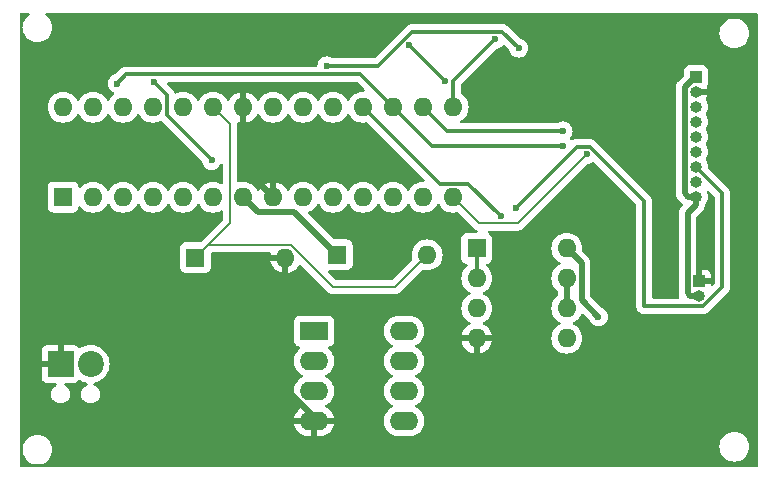
<source format=gbr>
%TF.GenerationSoftware,KiCad,Pcbnew,8.0.7*%
%TF.CreationDate,2025-04-03T15:21:43+05:30*%
%TF.ProjectId,Esdp,45736470-2e6b-4696-9361-645f70636258,rev?*%
%TF.SameCoordinates,Original*%
%TF.FileFunction,Copper,L2,Bot*%
%TF.FilePolarity,Positive*%
%FSLAX46Y46*%
G04 Gerber Fmt 4.6, Leading zero omitted, Abs format (unit mm)*
G04 Created by KiCad (PCBNEW 8.0.7) date 2025-04-03 15:21:43*
%MOMM*%
%LPD*%
G01*
G04 APERTURE LIST*
%TA.AperFunction,ComponentPad*%
%ADD10R,1.000000X1.000000*%
%TD*%
%TA.AperFunction,ComponentPad*%
%ADD11O,1.000000X1.000000*%
%TD*%
%TA.AperFunction,ComponentPad*%
%ADD12R,2.400000X1.600000*%
%TD*%
%TA.AperFunction,ComponentPad*%
%ADD13O,2.400000X1.600000*%
%TD*%
%TA.AperFunction,ComponentPad*%
%ADD14R,1.600000X1.600000*%
%TD*%
%TA.AperFunction,ComponentPad*%
%ADD15O,1.600000X1.600000*%
%TD*%
%TA.AperFunction,ComponentPad*%
%ADD16R,2.200000X2.200000*%
%TD*%
%TA.AperFunction,ComponentPad*%
%ADD17C,2.200000*%
%TD*%
%TA.AperFunction,ViaPad*%
%ADD18C,0.600000*%
%TD*%
%TA.AperFunction,Conductor*%
%ADD19C,0.500000*%
%TD*%
%TA.AperFunction,Conductor*%
%ADD20C,0.300000*%
%TD*%
%TA.AperFunction,Conductor*%
%ADD21C,0.200000*%
%TD*%
G04 APERTURE END LIST*
D10*
%TO.P,J3,1,Pin_1*%
%TO.N,VDD*%
X133750000Y-81440000D03*
D11*
%TO.P,J3,2,Pin_2*%
%TO.N,GND*%
X133750000Y-82710000D03*
%TO.P,J3,3,Pin_3*%
%TO.N,Net-(J3-Pin_3)*%
X133750000Y-83980000D03*
%TO.P,J3,4,Pin_4*%
%TO.N,Net-(J3-Pin_4)*%
X133750000Y-85250000D03*
%TO.P,J3,5,Pin_5*%
%TO.N,Net-(J3-Pin_5)*%
X133750000Y-86520000D03*
%TO.P,J3,6,Pin_6*%
%TO.N,Net-(J3-Pin_6)*%
X133750000Y-87790000D03*
%TO.P,J3,7,Pin_7*%
%TO.N,MISO*%
X133750000Y-89060000D03*
%TO.P,J3,8,Pin_8*%
%TO.N,Net-(J3-Pin_8)*%
X133750000Y-90330000D03*
%TO.P,J3,9,Pin_9*%
%TO.N,VDD*%
X133750000Y-91600000D03*
%TD*%
D12*
%TO.P,U2,1*%
%TO.N,/op1*%
X101425000Y-102950000D03*
D13*
%TO.P,U2,2,-*%
%TO.N,/op2*%
X101425000Y-105490000D03*
%TO.P,U2,3,+*%
%TO.N,/divider*%
X101425000Y-108030000D03*
%TO.P,U2,4,V-*%
%TO.N,GND*%
X101425000Y-110570000D03*
%TO.P,U2,5,+*%
%TO.N,unconnected-(U2B-+-Pad5)*%
X109045000Y-110570000D03*
%TO.P,U2,6,-*%
%TO.N,unconnected-(U2B---Pad6)*%
X109045000Y-108030000D03*
%TO.P,U2,7*%
%TO.N,unconnected-(U2-Pad7)*%
X109045000Y-105490000D03*
%TO.P,U2,8,V+*%
%TO.N,VDD*%
X109045000Y-102950000D03*
%TD*%
D14*
%TO.P,U3,1,OUT*%
%TO.N,Net-(IC1-VCC)*%
X115200000Y-95950000D03*
D15*
%TO.P,U3,2,SENSE*%
X115200000Y-98490000D03*
%TO.P,U3,3,SHUTDOWN*%
%TO.N,unconnected-(U3-SHUTDOWN-Pad3)*%
X115200000Y-101030000D03*
%TO.P,U3,4,GND*%
%TO.N,GND*%
X115200000Y-103570000D03*
%TO.P,U3,5,~{ERROR}*%
%TO.N,unconnected-(U3-~{ERROR}-Pad5)*%
X122820000Y-103570000D03*
%TO.P,U3,6,VTAP*%
%TO.N,Net-(U3-FEEDBACK)*%
X122820000Y-101030000D03*
%TO.P,U3,7,FEEDBACK*%
X122820000Y-98490000D03*
%TO.P,U3,8,IN*%
%TO.N,VDD*%
X122820000Y-95950000D03*
%TD*%
D14*
%TO.P,D2,1,K*%
%TO.N,/op1*%
X91380000Y-96750000D03*
D15*
%TO.P,D2,2,A*%
%TO.N,GND*%
X99000000Y-96750000D03*
%TD*%
D14*
%TO.P,D1,1,K*%
%TO.N,VDD*%
X103380000Y-96500000D03*
D15*
%TO.P,D1,2,A*%
%TO.N,/op1*%
X111000000Y-96500000D03*
%TD*%
D14*
%TO.P,U1,1,~{RESET}/PC6*%
%TO.N,unconnected-(U1-~{RESET}{slash}PC6-Pad1)*%
X80180000Y-91620000D03*
D15*
%TO.P,U1,2,PD0*%
%TO.N,unconnected-(U1-PD0-Pad2)*%
X82720000Y-91620000D03*
%TO.P,U1,3,PD1*%
%TO.N,unconnected-(U1-PD1-Pad3)*%
X85260000Y-91620000D03*
%TO.P,U1,4,PD2*%
%TO.N,SS*%
X87800000Y-91620000D03*
%TO.P,U1,5,PD3*%
%TO.N,unconnected-(U1-PD3-Pad5)*%
X90340000Y-91620000D03*
%TO.P,U1,6,PD4*%
%TO.N,unconnected-(U1-PD4-Pad6)*%
X92880000Y-91620000D03*
%TO.P,U1,7,VCC*%
%TO.N,VDD*%
X95420000Y-91620000D03*
%TO.P,U1,8,GND*%
%TO.N,GND*%
X97960000Y-91620000D03*
%TO.P,U1,9,XTAL1/PB6*%
%TO.N,unconnected-(U1-XTAL1{slash}PB6-Pad9)*%
X100500000Y-91620000D03*
%TO.P,U1,10,XTAL2/PB7*%
%TO.N,unconnected-(U1-XTAL2{slash}PB7-Pad10)*%
X103040000Y-91620000D03*
%TO.P,U1,11,PD5*%
%TO.N,unconnected-(U1-PD5-Pad11)*%
X105580000Y-91620000D03*
%TO.P,U1,12,PD6*%
%TO.N,unconnected-(U1-PD6-Pad12)*%
X108120000Y-91620000D03*
%TO.P,U1,13,PD7*%
%TO.N,unconnected-(U1-PD7-Pad13)*%
X110660000Y-91620000D03*
%TO.P,U1,14,PB0*%
%TO.N,Net-(U1-PB0)*%
X113200000Y-91620000D03*
%TO.P,U1,15,PB1*%
%TO.N,Net-(U1-PB1)*%
X113200000Y-84000000D03*
%TO.P,U1,16,PB2*%
%TO.N,Net-(U1-PB2)*%
X110660000Y-84000000D03*
%TO.P,U1,17,PB3*%
%TO.N,MOSI*%
X108120000Y-84000000D03*
%TO.P,U1,18,PB4*%
%TO.N,MISO*%
X105580000Y-84000000D03*
%TO.P,U1,19,PB5*%
%TO.N,CLK*%
X103040000Y-84000000D03*
%TO.P,U1,20,AVCC*%
%TO.N,unconnected-(U1-AVCC-Pad20)*%
X100500000Y-84000000D03*
%TO.P,U1,21,AREF*%
%TO.N,unconnected-(U1-AREF-Pad21)*%
X97960000Y-84000000D03*
%TO.P,U1,22,GND*%
%TO.N,GND*%
X95420000Y-84000000D03*
%TO.P,U1,23,PC0*%
%TO.N,/op1*%
X92880000Y-84000000D03*
%TO.P,U1,24,PC1*%
%TO.N,unconnected-(U1-PC1-Pad24)*%
X90340000Y-84000000D03*
%TO.P,U1,25,PC2*%
%TO.N,unconnected-(U1-PC2-Pad25)*%
X87800000Y-84000000D03*
%TO.P,U1,26,PC3*%
%TO.N,unconnected-(U1-PC3-Pad26)*%
X85260000Y-84000000D03*
%TO.P,U1,27,PC4*%
%TO.N,unconnected-(U1-PC4-Pad27)*%
X82720000Y-84000000D03*
%TO.P,U1,28,PC5*%
%TO.N,unconnected-(U1-PC5-Pad28)*%
X80180000Y-84000000D03*
%TD*%
D16*
%TO.P,J2,1,Pin_1*%
%TO.N,GND*%
X79960000Y-105750000D03*
D17*
%TO.P,J2,2,Pin_2*%
%TO.N,MIC_POS*%
X82500000Y-105750000D03*
%TD*%
D10*
%TO.P,J1,1,Pin_1*%
%TO.N,GND*%
X134000000Y-98750000D03*
D11*
%TO.P,J1,2,Pin_2*%
%TO.N,VDD*%
X134000000Y-100020000D03*
%TD*%
D18*
%TO.N,GND*%
X134000000Y-95000000D03*
X122500000Y-106250000D03*
X132500000Y-113000000D03*
X137500000Y-106500000D03*
X132500000Y-103750000D03*
X132500000Y-106750000D03*
X129000000Y-106750000D03*
X96500000Y-111000000D03*
X85250000Y-113000000D03*
X92000000Y-111000000D03*
X131000000Y-78500000D03*
X125250000Y-78500000D03*
X137500000Y-95000000D03*
X137500000Y-103750000D03*
%TO.N,VDD*%
X125500000Y-101750000D03*
%TO.N,Net-(IC1-VCC)*%
X112500000Y-81750000D03*
X109500000Y-78750000D03*
%TO.N,Net-(IC1-CS)*%
X92750000Y-88500000D03*
X87875000Y-81875000D03*
%TO.N,MISO*%
X118500000Y-92500000D03*
X117250000Y-93250000D03*
%TO.N,Net-(U1-PB1)*%
X116750000Y-78250000D03*
%TO.N,Net-(U1-PB0)*%
X124500000Y-88000000D03*
%TO.N,Net-(U1-PB2)*%
X122500000Y-86000000D03*
%TO.N,MOSI*%
X122500000Y-87250000D03*
X84750000Y-82000000D03*
%TO.N,CLK*%
X118750000Y-79000000D03*
X102500000Y-80500000D03*
%TD*%
D19*
%TO.N,GND*%
X95420000Y-84000000D02*
X95420000Y-89080000D01*
X101425000Y-110197767D02*
X101425000Y-110570000D01*
X99000000Y-96750000D02*
X99000000Y-107772767D01*
X119820000Y-103570000D02*
X115200000Y-103570000D01*
X99000000Y-107772767D02*
X101425000Y-110197767D01*
X122500000Y-106250000D02*
X119820000Y-103570000D01*
X134000000Y-98750000D02*
X134000000Y-95000000D01*
X95420000Y-89080000D02*
X97960000Y-91620000D01*
%TO.N,VDD*%
X132800000Y-82316497D02*
X132800000Y-91300000D01*
X133750000Y-81440000D02*
X133676497Y-81440000D01*
X124070000Y-100320000D02*
X125500000Y-101750000D01*
X133750000Y-91600000D02*
X133750000Y-92250000D01*
X133050000Y-92950000D02*
X133050000Y-99777106D01*
X96670000Y-92870000D02*
X99750000Y-92870000D01*
X132800000Y-91300000D02*
X133100000Y-91600000D01*
X95420000Y-91620000D02*
X96670000Y-92870000D01*
X133292894Y-100020000D02*
X134000000Y-100020000D01*
X124070000Y-97200000D02*
X124070000Y-100320000D01*
X133676497Y-81440000D02*
X132800000Y-82316497D01*
X133100000Y-91600000D02*
X133750000Y-91600000D01*
X122820000Y-95950000D02*
X124070000Y-97200000D01*
X133050000Y-99777106D02*
X133292894Y-100020000D01*
X99750000Y-92870000D02*
X103380000Y-96500000D01*
X133750000Y-92250000D02*
X133050000Y-92950000D01*
D20*
%TO.N,Net-(IC1-VCC)*%
X115200000Y-98490000D02*
X115200000Y-95950000D01*
X109500000Y-78750000D02*
X112500000Y-81750000D01*
%TO.N,Net-(IC1-CS)*%
X87875000Y-81875000D02*
X87750000Y-81750000D01*
X92750000Y-88500000D02*
X88950000Y-84700000D01*
X88950000Y-84700000D02*
X88950000Y-82950000D01*
X88950000Y-82950000D02*
X87875000Y-81875000D01*
%TO.N,MISO*%
X117250000Y-93250000D02*
X114470000Y-90470000D01*
X123650000Y-87350000D02*
X118500000Y-92500000D01*
X136000000Y-99222082D02*
X134352082Y-100870000D01*
X134352082Y-100870000D02*
X129370000Y-100870000D01*
X133750000Y-89060000D02*
X136000000Y-91310000D01*
X129370000Y-100870000D02*
X129370000Y-91950761D01*
X112050000Y-90470000D02*
X105580000Y-84000000D01*
X114470000Y-90470000D02*
X112050000Y-90470000D01*
X124769239Y-87350000D02*
X123650000Y-87350000D01*
X136000000Y-91310000D02*
X136000000Y-99222082D01*
X129370000Y-91950761D02*
X124769239Y-87350000D01*
%TO.N,Net-(U1-PB1)*%
X116750000Y-78250000D02*
X113200000Y-81800000D01*
X113200000Y-81800000D02*
X113200000Y-84000000D01*
D21*
%TO.N,Net-(U1-PB0)*%
X113200000Y-91620000D02*
X115430000Y-93850000D01*
X115430000Y-93850000D02*
X118650000Y-93850000D01*
X118650000Y-93850000D02*
X124500000Y-88000000D01*
D20*
%TO.N,Net-(U1-PB2)*%
X122500000Y-86000000D02*
X112660000Y-86000000D01*
X112660000Y-86000000D02*
X110660000Y-84000000D01*
%TO.N,MOSI*%
X105345000Y-81225000D02*
X108120000Y-84000000D01*
X85525000Y-81225000D02*
X105345000Y-81225000D01*
X122500000Y-87250000D02*
X111370000Y-87250000D01*
X84750000Y-82000000D02*
X85525000Y-81225000D01*
X111370000Y-87250000D02*
X108120000Y-84000000D01*
%TO.N,CLK*%
X118750000Y-79000000D02*
X117350000Y-77600000D01*
X109750000Y-77600000D02*
X109730761Y-77600000D01*
X117350000Y-77600000D02*
X109750000Y-77600000D01*
X106830761Y-80500000D02*
X102500000Y-80500000D01*
X109730761Y-77600000D02*
X106830761Y-80500000D01*
D19*
%TO.N,Net-(U3-FEEDBACK)*%
X122820000Y-98490000D02*
X122820000Y-101030000D01*
D21*
%TO.N,/op1*%
X94320000Y-93810000D02*
X94320000Y-85440000D01*
X108250000Y-99250000D02*
X103055635Y-99250000D01*
X103055635Y-99250000D02*
X99455635Y-95650000D01*
X111000000Y-96500000D02*
X108250000Y-99250000D01*
X94320000Y-85440000D02*
X92880000Y-84000000D01*
X99455635Y-95650000D02*
X92480000Y-95650000D01*
X91380000Y-96750000D02*
X94320000Y-93810000D01*
X92480000Y-95650000D02*
X91380000Y-96750000D01*
%TD*%
%TA.AperFunction,Conductor*%
%TO.N,GND*%
G36*
X134858211Y-91099767D02*
G01*
X134895390Y-91125336D01*
X135313181Y-91543127D01*
X135346666Y-91604450D01*
X135349500Y-91630808D01*
X135349500Y-98901273D01*
X135329815Y-98968312D01*
X135313181Y-98988954D01*
X135211681Y-99090454D01*
X135150358Y-99123939D01*
X135080666Y-99118955D01*
X135024733Y-99077083D01*
X135000316Y-99011619D01*
X135000000Y-99002773D01*
X135000000Y-99000000D01*
X134244975Y-99000000D01*
X134280070Y-98964905D01*
X134326148Y-98885095D01*
X134350000Y-98796078D01*
X134350000Y-98703922D01*
X134326148Y-98614905D01*
X134280070Y-98535095D01*
X134244975Y-98500000D01*
X134250000Y-98500000D01*
X135000000Y-98500000D01*
X135000000Y-98202172D01*
X134999999Y-98202155D01*
X134993598Y-98142627D01*
X134993596Y-98142620D01*
X134943354Y-98007913D01*
X134943350Y-98007906D01*
X134857190Y-97892812D01*
X134857187Y-97892809D01*
X134742093Y-97806649D01*
X134742086Y-97806645D01*
X134607379Y-97756403D01*
X134607372Y-97756401D01*
X134547844Y-97750000D01*
X134250000Y-97750000D01*
X134250000Y-98500000D01*
X134244975Y-98500000D01*
X134214905Y-98469930D01*
X134135095Y-98423852D01*
X134046078Y-98400000D01*
X133953922Y-98400000D01*
X133864905Y-98423852D01*
X133800500Y-98461035D01*
X133800500Y-93312229D01*
X133820185Y-93245190D01*
X133836819Y-93224548D01*
X134332948Y-92728419D01*
X134332951Y-92728416D01*
X134415084Y-92605495D01*
X134471658Y-92468913D01*
X134476527Y-92444435D01*
X134488248Y-92385511D01*
X134500500Y-92323920D01*
X134500500Y-92306976D01*
X134520185Y-92239937D01*
X134528632Y-92228329D01*
X134585910Y-92158538D01*
X134635108Y-92066496D01*
X134678811Y-91984733D01*
X134678811Y-91984732D01*
X134678814Y-91984727D01*
X134736024Y-91796132D01*
X134755341Y-91600000D01*
X134736024Y-91403868D01*
X134689049Y-91249013D01*
X134688425Y-91179146D01*
X134725673Y-91120033D01*
X134788967Y-91090442D01*
X134858211Y-91099767D01*
G37*
%TD.AperFunction*%
%TA.AperFunction,Conductor*%
G36*
X95670000Y-85278872D02*
G01*
X95866317Y-85226269D01*
X95866326Y-85226265D01*
X96072482Y-85130134D01*
X96258820Y-84999657D01*
X96419657Y-84838820D01*
X96550132Y-84652484D01*
X96577341Y-84594134D01*
X96623513Y-84541695D01*
X96690707Y-84522542D01*
X96757588Y-84542757D01*
X96802106Y-84594133D01*
X96829431Y-84652732D01*
X96829432Y-84652734D01*
X96959954Y-84839141D01*
X97120858Y-85000045D01*
X97120861Y-85000047D01*
X97307266Y-85130568D01*
X97513504Y-85226739D01*
X97733308Y-85285635D01*
X97895230Y-85299801D01*
X97959998Y-85305468D01*
X97960000Y-85305468D01*
X97960002Y-85305468D01*
X98016673Y-85300509D01*
X98186692Y-85285635D01*
X98406496Y-85226739D01*
X98612734Y-85130568D01*
X98799139Y-85000047D01*
X98960047Y-84839139D01*
X99090568Y-84652734D01*
X99117618Y-84594724D01*
X99163790Y-84542285D01*
X99230983Y-84523133D01*
X99297865Y-84543348D01*
X99342382Y-84594725D01*
X99369429Y-84652728D01*
X99369432Y-84652734D01*
X99499954Y-84839141D01*
X99660858Y-85000045D01*
X99660861Y-85000047D01*
X99847266Y-85130568D01*
X100053504Y-85226739D01*
X100273308Y-85285635D01*
X100435230Y-85299801D01*
X100499998Y-85305468D01*
X100500000Y-85305468D01*
X100500002Y-85305468D01*
X100556673Y-85300509D01*
X100726692Y-85285635D01*
X100946496Y-85226739D01*
X101152734Y-85130568D01*
X101339139Y-85000047D01*
X101500047Y-84839139D01*
X101630568Y-84652734D01*
X101657618Y-84594724D01*
X101703790Y-84542285D01*
X101770983Y-84523133D01*
X101837865Y-84543348D01*
X101882382Y-84594725D01*
X101909429Y-84652728D01*
X101909432Y-84652734D01*
X102039954Y-84839141D01*
X102200858Y-85000045D01*
X102200861Y-85000047D01*
X102387266Y-85130568D01*
X102593504Y-85226739D01*
X102813308Y-85285635D01*
X102975230Y-85299801D01*
X103039998Y-85305468D01*
X103040000Y-85305468D01*
X103040002Y-85305468D01*
X103096673Y-85300509D01*
X103266692Y-85285635D01*
X103486496Y-85226739D01*
X103692734Y-85130568D01*
X103879139Y-85000047D01*
X104040047Y-84839139D01*
X104170568Y-84652734D01*
X104197618Y-84594724D01*
X104243790Y-84542285D01*
X104310983Y-84523133D01*
X104377865Y-84543348D01*
X104422382Y-84594725D01*
X104449429Y-84652728D01*
X104449432Y-84652734D01*
X104579954Y-84839141D01*
X104740858Y-85000045D01*
X104740861Y-85000047D01*
X104927266Y-85130568D01*
X105133504Y-85226739D01*
X105353308Y-85285635D01*
X105515230Y-85299801D01*
X105579998Y-85305468D01*
X105580000Y-85305468D01*
X105580002Y-85305468D01*
X105611421Y-85302719D01*
X105806692Y-85285635D01*
X105847162Y-85274791D01*
X105917012Y-85276452D01*
X105966938Y-85306884D01*
X110763845Y-90103791D01*
X110797330Y-90165114D01*
X110792346Y-90234806D01*
X110750474Y-90290739D01*
X110685010Y-90315156D01*
X110665362Y-90315001D01*
X110663238Y-90314815D01*
X110660000Y-90314532D01*
X110659999Y-90314532D01*
X110659998Y-90314532D01*
X110433313Y-90334364D01*
X110433302Y-90334366D01*
X110213511Y-90393258D01*
X110213502Y-90393261D01*
X110007267Y-90489431D01*
X110007265Y-90489432D01*
X109820858Y-90619954D01*
X109659954Y-90780858D01*
X109529432Y-90967265D01*
X109529431Y-90967267D01*
X109502382Y-91025275D01*
X109456209Y-91077714D01*
X109389016Y-91096866D01*
X109322135Y-91076650D01*
X109277618Y-91025275D01*
X109250686Y-90967520D01*
X109250568Y-90967266D01*
X109120047Y-90780861D01*
X109120045Y-90780858D01*
X108959141Y-90619954D01*
X108772734Y-90489432D01*
X108772732Y-90489431D01*
X108566497Y-90393261D01*
X108566488Y-90393258D01*
X108346697Y-90334366D01*
X108346693Y-90334365D01*
X108346692Y-90334365D01*
X108346691Y-90334364D01*
X108346686Y-90334364D01*
X108120002Y-90314532D01*
X108119998Y-90314532D01*
X107893313Y-90334364D01*
X107893302Y-90334366D01*
X107673511Y-90393258D01*
X107673502Y-90393261D01*
X107467267Y-90489431D01*
X107467265Y-90489432D01*
X107280858Y-90619954D01*
X107119954Y-90780858D01*
X106989432Y-90967265D01*
X106989431Y-90967267D01*
X106962382Y-91025275D01*
X106916209Y-91077714D01*
X106849016Y-91096866D01*
X106782135Y-91076650D01*
X106737618Y-91025275D01*
X106710686Y-90967520D01*
X106710568Y-90967266D01*
X106580047Y-90780861D01*
X106580045Y-90780858D01*
X106419141Y-90619954D01*
X106232734Y-90489432D01*
X106232732Y-90489431D01*
X106026497Y-90393261D01*
X106026488Y-90393258D01*
X105806697Y-90334366D01*
X105806693Y-90334365D01*
X105806692Y-90334365D01*
X105806691Y-90334364D01*
X105806686Y-90334364D01*
X105580002Y-90314532D01*
X105579998Y-90314532D01*
X105353313Y-90334364D01*
X105353302Y-90334366D01*
X105133511Y-90393258D01*
X105133502Y-90393261D01*
X104927267Y-90489431D01*
X104927265Y-90489432D01*
X104740858Y-90619954D01*
X104579954Y-90780858D01*
X104449432Y-90967265D01*
X104449431Y-90967267D01*
X104422382Y-91025275D01*
X104376209Y-91077714D01*
X104309016Y-91096866D01*
X104242135Y-91076650D01*
X104197618Y-91025275D01*
X104170686Y-90967520D01*
X104170568Y-90967266D01*
X104040047Y-90780861D01*
X104040045Y-90780858D01*
X103879141Y-90619954D01*
X103692734Y-90489432D01*
X103692732Y-90489431D01*
X103486497Y-90393261D01*
X103486488Y-90393258D01*
X103266697Y-90334366D01*
X103266693Y-90334365D01*
X103266692Y-90334365D01*
X103266691Y-90334364D01*
X103266686Y-90334364D01*
X103040002Y-90314532D01*
X103039998Y-90314532D01*
X102813313Y-90334364D01*
X102813302Y-90334366D01*
X102593511Y-90393258D01*
X102593502Y-90393261D01*
X102387267Y-90489431D01*
X102387265Y-90489432D01*
X102200858Y-90619954D01*
X102039954Y-90780858D01*
X101909432Y-90967265D01*
X101909431Y-90967267D01*
X101882382Y-91025275D01*
X101836209Y-91077714D01*
X101769016Y-91096866D01*
X101702135Y-91076650D01*
X101657618Y-91025275D01*
X101630686Y-90967520D01*
X101630568Y-90967266D01*
X101500047Y-90780861D01*
X101500045Y-90780858D01*
X101339141Y-90619954D01*
X101152734Y-90489432D01*
X101152732Y-90489431D01*
X100946497Y-90393261D01*
X100946488Y-90393258D01*
X100726697Y-90334366D01*
X100726693Y-90334365D01*
X100726692Y-90334365D01*
X100726691Y-90334364D01*
X100726686Y-90334364D01*
X100500002Y-90314532D01*
X100499998Y-90314532D01*
X100273313Y-90334364D01*
X100273302Y-90334366D01*
X100053511Y-90393258D01*
X100053502Y-90393261D01*
X99847267Y-90489431D01*
X99847265Y-90489432D01*
X99660858Y-90619954D01*
X99499954Y-90780858D01*
X99369433Y-90967264D01*
X99369432Y-90967266D01*
X99369315Y-90967518D01*
X99342106Y-91025867D01*
X99295933Y-91078306D01*
X99228739Y-91097457D01*
X99161858Y-91077241D01*
X99117342Y-91025865D01*
X99090135Y-90967520D01*
X99090134Y-90967518D01*
X98959657Y-90781179D01*
X98798820Y-90620342D01*
X98612482Y-90489865D01*
X98406328Y-90393734D01*
X98210000Y-90341127D01*
X98210000Y-91304314D01*
X98205606Y-91299920D01*
X98114394Y-91247259D01*
X98012661Y-91220000D01*
X97907339Y-91220000D01*
X97805606Y-91247259D01*
X97714394Y-91299920D01*
X97710000Y-91304314D01*
X97710000Y-90341127D01*
X97513671Y-90393734D01*
X97307517Y-90489865D01*
X97121179Y-90620342D01*
X96960342Y-90781179D01*
X96829867Y-90967515D01*
X96802657Y-91025867D01*
X96756484Y-91078306D01*
X96689290Y-91097457D01*
X96622409Y-91077241D01*
X96577893Y-91025865D01*
X96550685Y-90967518D01*
X96550568Y-90967266D01*
X96420047Y-90780861D01*
X96420045Y-90780858D01*
X96259141Y-90619954D01*
X96072734Y-90489432D01*
X96072732Y-90489431D01*
X95866497Y-90393261D01*
X95866488Y-90393258D01*
X95646697Y-90334366D01*
X95646693Y-90334365D01*
X95646692Y-90334365D01*
X95646691Y-90334364D01*
X95646686Y-90334364D01*
X95420002Y-90314532D01*
X95419998Y-90314532D01*
X95193313Y-90334364D01*
X95193302Y-90334366D01*
X95076593Y-90365638D01*
X95006743Y-90363975D01*
X94948881Y-90324812D01*
X94921377Y-90260583D01*
X94920500Y-90245863D01*
X94920500Y-85529060D01*
X94920501Y-85529047D01*
X94920501Y-85373619D01*
X94940186Y-85306580D01*
X94992990Y-85260825D01*
X95062148Y-85250881D01*
X95076595Y-85253844D01*
X95169999Y-85278871D01*
X95170000Y-85278871D01*
X95170000Y-84315686D01*
X95174394Y-84320080D01*
X95265606Y-84372741D01*
X95367339Y-84400000D01*
X95472661Y-84400000D01*
X95574394Y-84372741D01*
X95665606Y-84320080D01*
X95670000Y-84315686D01*
X95670000Y-85278872D01*
G37*
%TD.AperFunction*%
%TA.AperFunction,Conductor*%
G36*
X105091231Y-81895185D02*
G01*
X105111873Y-81911819D01*
X105683845Y-82483791D01*
X105717330Y-82545114D01*
X105712346Y-82614806D01*
X105670474Y-82670739D01*
X105605010Y-82695156D01*
X105585362Y-82695001D01*
X105583238Y-82694815D01*
X105580000Y-82694532D01*
X105579999Y-82694532D01*
X105579998Y-82694532D01*
X105353313Y-82714364D01*
X105353302Y-82714366D01*
X105133511Y-82773258D01*
X105133502Y-82773261D01*
X104927267Y-82869431D01*
X104927265Y-82869432D01*
X104740858Y-82999954D01*
X104579954Y-83160858D01*
X104449432Y-83347265D01*
X104449431Y-83347267D01*
X104422382Y-83405275D01*
X104376209Y-83457714D01*
X104309016Y-83476866D01*
X104242135Y-83456650D01*
X104197618Y-83405275D01*
X104170686Y-83347520D01*
X104170568Y-83347266D01*
X104040047Y-83160861D01*
X104040045Y-83160858D01*
X103879141Y-82999954D01*
X103692734Y-82869432D01*
X103692732Y-82869431D01*
X103486497Y-82773261D01*
X103486488Y-82773258D01*
X103266697Y-82714366D01*
X103266693Y-82714365D01*
X103266692Y-82714365D01*
X103266691Y-82714364D01*
X103266686Y-82714364D01*
X103040002Y-82694532D01*
X103039998Y-82694532D01*
X102813313Y-82714364D01*
X102813302Y-82714366D01*
X102593511Y-82773258D01*
X102593502Y-82773261D01*
X102387267Y-82869431D01*
X102387265Y-82869432D01*
X102200858Y-82999954D01*
X102039954Y-83160858D01*
X101909432Y-83347265D01*
X101909431Y-83347267D01*
X101882382Y-83405275D01*
X101836209Y-83457714D01*
X101769016Y-83476866D01*
X101702135Y-83456650D01*
X101657618Y-83405275D01*
X101630686Y-83347520D01*
X101630568Y-83347266D01*
X101500047Y-83160861D01*
X101500045Y-83160858D01*
X101339141Y-82999954D01*
X101152734Y-82869432D01*
X101152732Y-82869431D01*
X100946497Y-82773261D01*
X100946488Y-82773258D01*
X100726697Y-82714366D01*
X100726693Y-82714365D01*
X100726692Y-82714365D01*
X100726691Y-82714364D01*
X100726686Y-82714364D01*
X100500002Y-82694532D01*
X100499998Y-82694532D01*
X100273313Y-82714364D01*
X100273302Y-82714366D01*
X100053511Y-82773258D01*
X100053502Y-82773261D01*
X99847267Y-82869431D01*
X99847265Y-82869432D01*
X99660858Y-82999954D01*
X99499954Y-83160858D01*
X99369432Y-83347265D01*
X99369431Y-83347267D01*
X99342382Y-83405275D01*
X99296209Y-83457714D01*
X99229016Y-83476866D01*
X99162135Y-83456650D01*
X99117618Y-83405275D01*
X99090686Y-83347520D01*
X99090568Y-83347266D01*
X98960047Y-83160861D01*
X98960045Y-83160858D01*
X98799141Y-82999954D01*
X98612734Y-82869432D01*
X98612732Y-82869431D01*
X98406497Y-82773261D01*
X98406488Y-82773258D01*
X98186697Y-82714366D01*
X98186693Y-82714365D01*
X98186692Y-82714365D01*
X98186691Y-82714364D01*
X98186686Y-82714364D01*
X97960002Y-82694532D01*
X97959998Y-82694532D01*
X97733313Y-82714364D01*
X97733302Y-82714366D01*
X97513511Y-82773258D01*
X97513502Y-82773261D01*
X97307267Y-82869431D01*
X97307265Y-82869432D01*
X97120858Y-82999954D01*
X96959954Y-83160858D01*
X96829433Y-83347264D01*
X96829432Y-83347266D01*
X96829315Y-83347518D01*
X96802106Y-83405867D01*
X96755933Y-83458306D01*
X96688739Y-83477457D01*
X96621858Y-83457241D01*
X96577342Y-83405865D01*
X96550135Y-83347520D01*
X96550134Y-83347518D01*
X96419657Y-83161179D01*
X96258820Y-83000342D01*
X96072482Y-82869865D01*
X95866328Y-82773734D01*
X95670000Y-82721127D01*
X95670000Y-83684314D01*
X95665606Y-83679920D01*
X95574394Y-83627259D01*
X95472661Y-83600000D01*
X95367339Y-83600000D01*
X95265606Y-83627259D01*
X95174394Y-83679920D01*
X95170000Y-83684314D01*
X95170000Y-82721127D01*
X94973671Y-82773734D01*
X94767517Y-82869865D01*
X94581179Y-83000342D01*
X94420342Y-83161179D01*
X94289867Y-83347515D01*
X94262657Y-83405867D01*
X94216484Y-83458306D01*
X94149290Y-83477457D01*
X94082409Y-83457241D01*
X94037893Y-83405865D01*
X94010685Y-83347518D01*
X94010568Y-83347266D01*
X93880047Y-83160861D01*
X93880045Y-83160858D01*
X93719141Y-82999954D01*
X93532734Y-82869432D01*
X93532732Y-82869431D01*
X93326497Y-82773261D01*
X93326488Y-82773258D01*
X93106697Y-82714366D01*
X93106693Y-82714365D01*
X93106692Y-82714365D01*
X93106691Y-82714364D01*
X93106686Y-82714364D01*
X92880002Y-82694532D01*
X92879998Y-82694532D01*
X92653313Y-82714364D01*
X92653302Y-82714366D01*
X92433511Y-82773258D01*
X92433502Y-82773261D01*
X92227267Y-82869431D01*
X92227265Y-82869432D01*
X92040858Y-82999954D01*
X91879954Y-83160858D01*
X91749432Y-83347265D01*
X91749431Y-83347267D01*
X91722382Y-83405275D01*
X91676209Y-83457714D01*
X91609016Y-83476866D01*
X91542135Y-83456650D01*
X91497618Y-83405275D01*
X91470686Y-83347520D01*
X91470568Y-83347266D01*
X91340047Y-83160861D01*
X91340045Y-83160858D01*
X91179141Y-82999954D01*
X90992734Y-82869432D01*
X90992732Y-82869431D01*
X90786497Y-82773261D01*
X90786488Y-82773258D01*
X90566697Y-82714366D01*
X90566693Y-82714365D01*
X90566692Y-82714365D01*
X90566691Y-82714364D01*
X90566686Y-82714364D01*
X90340002Y-82694532D01*
X90339998Y-82694532D01*
X90113313Y-82714364D01*
X90113302Y-82714366D01*
X89893511Y-82773258D01*
X89893502Y-82773262D01*
X89747931Y-82841143D01*
X89678853Y-82851635D01*
X89615069Y-82823115D01*
X89576864Y-82764750D01*
X89575500Y-82760253D01*
X89542492Y-82680564D01*
X89526469Y-82641881D01*
X89526468Y-82641880D01*
X89526466Y-82641874D01*
X89518421Y-82629834D01*
X89455278Y-82535332D01*
X89455272Y-82535325D01*
X89007127Y-82087181D01*
X88973642Y-82025858D01*
X88978626Y-81956167D01*
X89020497Y-81900233D01*
X89085962Y-81875816D01*
X89094808Y-81875500D01*
X105024192Y-81875500D01*
X105091231Y-81895185D01*
G37*
%TD.AperFunction*%
%TA.AperFunction,Conductor*%
G36*
X77278051Y-76020185D02*
G01*
X77323806Y-76072989D01*
X77333750Y-76142147D01*
X77304725Y-76205703D01*
X77282135Y-76226075D01*
X77193121Y-76288402D01*
X77038402Y-76443121D01*
X76912900Y-76622357D01*
X76912898Y-76622361D01*
X76820426Y-76820668D01*
X76820422Y-76820677D01*
X76763793Y-77032020D01*
X76763793Y-77032024D01*
X76748028Y-77212221D01*
X76733800Y-77248593D01*
X76743477Y-77263650D01*
X76748028Y-77287778D01*
X76763793Y-77467975D01*
X76763793Y-77467979D01*
X76820422Y-77679322D01*
X76820424Y-77679326D01*
X76820425Y-77679330D01*
X76853378Y-77749997D01*
X76912897Y-77877638D01*
X76912898Y-77877639D01*
X77038402Y-78056877D01*
X77193123Y-78211598D01*
X77372361Y-78337102D01*
X77570670Y-78429575D01*
X77782023Y-78486207D01*
X77964926Y-78502208D01*
X77999998Y-78505277D01*
X78000000Y-78505277D01*
X78000002Y-78505277D01*
X78028254Y-78502805D01*
X78217977Y-78486207D01*
X78429330Y-78429575D01*
X78627639Y-78337102D01*
X78806877Y-78211598D01*
X78961598Y-78056877D01*
X79087102Y-77877639D01*
X79179575Y-77679330D01*
X79236207Y-77467977D01*
X79255277Y-77250000D01*
X79236207Y-77032023D01*
X79179575Y-76820670D01*
X79087102Y-76622362D01*
X79087100Y-76622359D01*
X79087099Y-76622357D01*
X78961599Y-76443124D01*
X78961596Y-76443121D01*
X78806877Y-76288402D01*
X78717864Y-76226074D01*
X78674239Y-76171497D01*
X78667047Y-76101999D01*
X78698569Y-76039644D01*
X78758799Y-76004231D01*
X78788988Y-76000500D01*
X138875500Y-76000500D01*
X138942539Y-76020185D01*
X138988294Y-76072989D01*
X138999500Y-76124500D01*
X138999500Y-114375500D01*
X138979815Y-114442539D01*
X138927011Y-114488294D01*
X138875500Y-114499500D01*
X78048586Y-114499500D01*
X77998949Y-114484925D01*
X77975846Y-114497069D01*
X77951414Y-114499500D01*
X76624500Y-114499500D01*
X76557461Y-114479815D01*
X76511706Y-114427011D01*
X76500500Y-114375500D01*
X76500500Y-113048585D01*
X76515074Y-112998949D01*
X76514887Y-112998593D01*
X76733800Y-112998593D01*
X76743477Y-113013650D01*
X76748028Y-113037778D01*
X76763793Y-113217975D01*
X76763793Y-113217979D01*
X76820422Y-113429322D01*
X76820424Y-113429326D01*
X76820425Y-113429330D01*
X76844383Y-113480708D01*
X76912897Y-113627638D01*
X76912898Y-113627639D01*
X77038402Y-113806877D01*
X77193123Y-113961598D01*
X77372361Y-114087102D01*
X77570670Y-114179575D01*
X77782023Y-114236207D01*
X77937554Y-114249813D01*
X77962221Y-114251972D01*
X77998594Y-114266199D01*
X78013651Y-114256523D01*
X78037779Y-114251972D01*
X78057539Y-114250243D01*
X78217977Y-114236207D01*
X78429330Y-114179575D01*
X78627639Y-114087102D01*
X78806877Y-113961598D01*
X78961598Y-113806877D01*
X79087102Y-113627639D01*
X79179575Y-113429330D01*
X79236207Y-113217977D01*
X79255277Y-113000000D01*
X79236207Y-112782023D01*
X79227626Y-112749997D01*
X135744723Y-112749997D01*
X135744723Y-112750002D01*
X135747525Y-112782024D01*
X135763289Y-112962221D01*
X135763793Y-112967975D01*
X135763793Y-112967979D01*
X135820422Y-113179322D01*
X135820424Y-113179326D01*
X135820425Y-113179330D01*
X135866661Y-113278484D01*
X135912897Y-113377638D01*
X135912898Y-113377639D01*
X136038402Y-113556877D01*
X136193123Y-113711598D01*
X136372361Y-113837102D01*
X136570670Y-113929575D01*
X136782023Y-113986207D01*
X136964926Y-114002208D01*
X136999998Y-114005277D01*
X137000000Y-114005277D01*
X137000002Y-114005277D01*
X137028254Y-114002805D01*
X137217977Y-113986207D01*
X137429330Y-113929575D01*
X137627639Y-113837102D01*
X137806877Y-113711598D01*
X137961598Y-113556877D01*
X138087102Y-113377639D01*
X138179575Y-113179330D01*
X138236207Y-112967977D01*
X138255277Y-112750000D01*
X138236207Y-112532023D01*
X138179575Y-112320670D01*
X138087102Y-112122362D01*
X138087100Y-112122359D01*
X138087099Y-112122357D01*
X137961599Y-111943124D01*
X137888475Y-111870000D01*
X137806877Y-111788402D01*
X137627639Y-111662898D01*
X137627640Y-111662898D01*
X137627638Y-111662897D01*
X137528484Y-111616661D01*
X137429330Y-111570425D01*
X137429326Y-111570424D01*
X137429322Y-111570422D01*
X137217977Y-111513793D01*
X137000002Y-111494723D01*
X136999998Y-111494723D01*
X136854682Y-111507436D01*
X136782023Y-111513793D01*
X136782020Y-111513793D01*
X136570677Y-111570422D01*
X136570668Y-111570426D01*
X136372361Y-111662898D01*
X136372357Y-111662900D01*
X136193121Y-111788402D01*
X136038402Y-111943121D01*
X135912900Y-112122357D01*
X135912898Y-112122361D01*
X135820426Y-112320668D01*
X135820422Y-112320677D01*
X135763793Y-112532020D01*
X135763793Y-112532024D01*
X135744723Y-112749997D01*
X79227626Y-112749997D01*
X79179575Y-112570670D01*
X79087102Y-112372362D01*
X79087100Y-112372359D01*
X79087099Y-112372357D01*
X78961599Y-112193124D01*
X78890832Y-112122357D01*
X78806877Y-112038402D01*
X78627639Y-111912898D01*
X78627640Y-111912898D01*
X78627638Y-111912897D01*
X78528484Y-111866661D01*
X78429330Y-111820425D01*
X78429326Y-111820424D01*
X78429322Y-111820422D01*
X78217977Y-111763793D01*
X78000002Y-111744723D01*
X77999998Y-111744723D01*
X77854682Y-111757436D01*
X77782023Y-111763793D01*
X77782020Y-111763793D01*
X77570677Y-111820422D01*
X77570668Y-111820426D01*
X77372361Y-111912898D01*
X77372357Y-111912900D01*
X77193121Y-112038402D01*
X77038402Y-112193121D01*
X76912900Y-112372357D01*
X76912898Y-112372361D01*
X76820426Y-112570668D01*
X76820422Y-112570677D01*
X76763793Y-112782020D01*
X76763793Y-112782024D01*
X76748028Y-112962221D01*
X76733800Y-112998593D01*
X76514887Y-112998593D01*
X76502931Y-112975846D01*
X76500500Y-112951414D01*
X76500500Y-104602155D01*
X78360000Y-104602155D01*
X78360000Y-105500000D01*
X79469252Y-105500000D01*
X79447482Y-105537708D01*
X79410000Y-105677591D01*
X79410000Y-105822409D01*
X79447482Y-105962292D01*
X79469252Y-106000000D01*
X78360000Y-106000000D01*
X78360000Y-106897844D01*
X78366401Y-106957372D01*
X78366403Y-106957379D01*
X78416645Y-107092086D01*
X78416649Y-107092093D01*
X78502809Y-107207187D01*
X78502812Y-107207190D01*
X78617906Y-107293350D01*
X78617913Y-107293354D01*
X78752620Y-107343596D01*
X78752627Y-107343598D01*
X78812155Y-107349999D01*
X78812172Y-107350000D01*
X79517218Y-107350000D01*
X79584257Y-107369685D01*
X79630012Y-107422489D01*
X79639956Y-107491647D01*
X79610931Y-107555203D01*
X79584999Y-107575894D01*
X79585886Y-107577221D01*
X79449711Y-107668210D01*
X79449707Y-107668213D01*
X79338213Y-107779707D01*
X79338210Y-107779711D01*
X79250609Y-107910814D01*
X79250602Y-107910827D01*
X79190264Y-108056498D01*
X79190261Y-108056510D01*
X79159500Y-108211153D01*
X79159500Y-108368846D01*
X79190261Y-108523489D01*
X79190264Y-108523501D01*
X79250602Y-108669172D01*
X79250609Y-108669185D01*
X79338210Y-108800288D01*
X79338213Y-108800292D01*
X79449707Y-108911786D01*
X79449711Y-108911789D01*
X79580814Y-108999390D01*
X79580827Y-108999397D01*
X79726498Y-109059735D01*
X79726503Y-109059737D01*
X79881153Y-109090499D01*
X79881156Y-109090500D01*
X79881158Y-109090500D01*
X80038844Y-109090500D01*
X80038845Y-109090499D01*
X80193497Y-109059737D01*
X80339179Y-108999394D01*
X80470289Y-108911789D01*
X80581789Y-108800289D01*
X80669394Y-108669179D01*
X80729737Y-108523497D01*
X80760500Y-108368842D01*
X80760500Y-108211158D01*
X80760500Y-108211155D01*
X80760499Y-108211153D01*
X80729738Y-108056510D01*
X80729737Y-108056503D01*
X80676364Y-107927648D01*
X80669397Y-107910827D01*
X80669390Y-107910814D01*
X80581789Y-107779711D01*
X80581786Y-107779707D01*
X80470292Y-107668213D01*
X80470288Y-107668210D01*
X80334114Y-107577221D01*
X80335695Y-107574854D01*
X80294526Y-107534470D01*
X80279019Y-107466343D01*
X80302805Y-107400647D01*
X80358334Y-107358240D01*
X80402782Y-107350000D01*
X81107828Y-107350000D01*
X81107844Y-107349999D01*
X81167372Y-107343598D01*
X81167379Y-107343596D01*
X81302086Y-107293354D01*
X81302093Y-107293350D01*
X81417186Y-107207190D01*
X81474498Y-107130633D01*
X81530432Y-107088762D01*
X81600124Y-107083778D01*
X81638555Y-107099217D01*
X81771140Y-107180466D01*
X81887515Y-107228669D01*
X82003889Y-107276873D01*
X82171043Y-107317003D01*
X82231634Y-107351792D01*
X82263799Y-107413818D01*
X82257323Y-107483387D01*
X82214264Y-107538411D01*
X82189550Y-107552137D01*
X82120820Y-107580606D01*
X82120814Y-107580609D01*
X81989711Y-107668210D01*
X81989707Y-107668213D01*
X81878213Y-107779707D01*
X81878210Y-107779711D01*
X81790609Y-107910814D01*
X81790602Y-107910827D01*
X81730264Y-108056498D01*
X81730261Y-108056510D01*
X81699500Y-108211153D01*
X81699500Y-108368846D01*
X81730261Y-108523489D01*
X81730264Y-108523501D01*
X81790602Y-108669172D01*
X81790609Y-108669185D01*
X81878210Y-108800288D01*
X81878213Y-108800292D01*
X81989707Y-108911786D01*
X81989711Y-108911789D01*
X82120814Y-108999390D01*
X82120827Y-108999397D01*
X82266498Y-109059735D01*
X82266503Y-109059737D01*
X82421153Y-109090499D01*
X82421156Y-109090500D01*
X82421158Y-109090500D01*
X82578844Y-109090500D01*
X82578845Y-109090499D01*
X82733497Y-109059737D01*
X82879179Y-108999394D01*
X83010289Y-108911789D01*
X83121789Y-108800289D01*
X83209394Y-108669179D01*
X83269737Y-108523497D01*
X83300500Y-108368842D01*
X83300500Y-108211158D01*
X83300500Y-108211155D01*
X83300499Y-108211153D01*
X83269738Y-108056510D01*
X83269737Y-108056503D01*
X83216364Y-107927648D01*
X83209397Y-107910827D01*
X83209390Y-107910814D01*
X83121789Y-107779711D01*
X83121786Y-107779707D01*
X83010292Y-107668213D01*
X83010288Y-107668210D01*
X82879185Y-107580609D01*
X82879175Y-107580604D01*
X82810450Y-107552137D01*
X82756047Y-107508296D01*
X82733982Y-107442001D01*
X82751261Y-107374302D01*
X82802399Y-107326692D01*
X82828950Y-107317004D01*
X82996111Y-107276873D01*
X83228859Y-107180466D01*
X83443659Y-107048836D01*
X83635224Y-106885224D01*
X83798836Y-106693659D01*
X83930466Y-106478859D01*
X84026873Y-106246111D01*
X84085683Y-106001148D01*
X84105449Y-105750000D01*
X84085683Y-105498852D01*
X84026873Y-105253889D01*
X83930466Y-105021141D01*
X83930466Y-105021140D01*
X83798839Y-104806346D01*
X83798838Y-104806343D01*
X83708496Y-104700567D01*
X83635224Y-104614776D01*
X83498530Y-104498028D01*
X83443656Y-104451161D01*
X83443653Y-104451160D01*
X83228859Y-104319533D01*
X82996110Y-104223126D01*
X82751151Y-104164317D01*
X82500000Y-104144551D01*
X82248848Y-104164317D01*
X82003889Y-104223126D01*
X81771145Y-104319531D01*
X81638555Y-104400783D01*
X81571109Y-104419027D01*
X81504506Y-104397910D01*
X81474499Y-104369366D01*
X81417190Y-104292812D01*
X81417187Y-104292809D01*
X81302093Y-104206649D01*
X81302086Y-104206645D01*
X81167379Y-104156403D01*
X81167372Y-104156401D01*
X81107844Y-104150000D01*
X80210000Y-104150000D01*
X80210000Y-105259252D01*
X80172292Y-105237482D01*
X80032409Y-105200000D01*
X79887591Y-105200000D01*
X79747708Y-105237482D01*
X79710000Y-105259252D01*
X79710000Y-104150000D01*
X78812155Y-104150000D01*
X78752627Y-104156401D01*
X78752620Y-104156403D01*
X78617913Y-104206645D01*
X78617906Y-104206649D01*
X78502812Y-104292809D01*
X78502809Y-104292812D01*
X78416649Y-104407906D01*
X78416645Y-104407913D01*
X78366403Y-104542620D01*
X78366401Y-104542627D01*
X78360000Y-104602155D01*
X76500500Y-104602155D01*
X76500500Y-102102135D01*
X99724500Y-102102135D01*
X99724500Y-103797870D01*
X99724501Y-103797876D01*
X99730908Y-103857483D01*
X99781202Y-103992328D01*
X99781206Y-103992335D01*
X99867452Y-104107544D01*
X99867455Y-104107547D01*
X99982664Y-104193793D01*
X99982671Y-104193797D01*
X100017119Y-104206645D01*
X100117517Y-104244091D01*
X100154441Y-104248060D01*
X100218989Y-104274796D01*
X100258838Y-104332188D01*
X100261333Y-104402013D01*
X100225681Y-104462102D01*
X100214071Y-104471666D01*
X100177784Y-104498030D01*
X100033028Y-104642786D01*
X99912715Y-104808386D01*
X99819781Y-104990776D01*
X99756522Y-105185465D01*
X99724500Y-105387648D01*
X99724500Y-105592351D01*
X99756522Y-105794534D01*
X99819781Y-105989223D01*
X99912715Y-106171613D01*
X100033028Y-106337213D01*
X100177786Y-106481971D01*
X100332749Y-106594556D01*
X100343390Y-106602287D01*
X100434840Y-106648883D01*
X100436080Y-106649515D01*
X100486876Y-106697490D01*
X100503671Y-106765311D01*
X100481134Y-106831446D01*
X100436080Y-106870485D01*
X100343386Y-106917715D01*
X100177786Y-107038028D01*
X100033028Y-107182786D01*
X99912715Y-107348386D01*
X99819781Y-107530776D01*
X99756522Y-107725465D01*
X99724500Y-107927648D01*
X99724500Y-108132351D01*
X99756522Y-108334534D01*
X99819781Y-108529223D01*
X99912715Y-108711613D01*
X100033028Y-108877213D01*
X100177786Y-109021971D01*
X100332749Y-109134556D01*
X100343390Y-109142287D01*
X100415424Y-109178990D01*
X100436629Y-109189795D01*
X100487425Y-109237770D01*
X100504220Y-109305591D01*
X100481682Y-109371726D01*
X100436629Y-109410765D01*
X100343650Y-109458140D01*
X100178105Y-109578417D01*
X100178104Y-109578417D01*
X100033417Y-109723104D01*
X100033417Y-109723105D01*
X99913140Y-109888650D01*
X99820244Y-110070970D01*
X99757009Y-110265586D01*
X99748391Y-110320000D01*
X101109314Y-110320000D01*
X101104920Y-110324394D01*
X101052259Y-110415606D01*
X101025000Y-110517339D01*
X101025000Y-110622661D01*
X101052259Y-110724394D01*
X101104920Y-110815606D01*
X101109314Y-110820000D01*
X99748391Y-110820000D01*
X99757009Y-110874413D01*
X99820244Y-111069029D01*
X99913140Y-111251349D01*
X100033417Y-111416894D01*
X100033417Y-111416895D01*
X100178104Y-111561582D01*
X100343650Y-111681859D01*
X100525968Y-111774755D01*
X100720582Y-111837990D01*
X100922683Y-111870000D01*
X101175000Y-111870000D01*
X101175000Y-110885686D01*
X101179394Y-110890080D01*
X101270606Y-110942741D01*
X101372339Y-110970000D01*
X101477661Y-110970000D01*
X101579394Y-110942741D01*
X101670606Y-110890080D01*
X101675000Y-110885686D01*
X101675000Y-111870000D01*
X101927317Y-111870000D01*
X102129417Y-111837990D01*
X102324031Y-111774755D01*
X102506349Y-111681859D01*
X102671894Y-111561582D01*
X102671895Y-111561582D01*
X102816582Y-111416895D01*
X102816582Y-111416894D01*
X102936859Y-111251349D01*
X103029755Y-111069029D01*
X103092990Y-110874413D01*
X103101609Y-110820000D01*
X101740686Y-110820000D01*
X101745080Y-110815606D01*
X101797741Y-110724394D01*
X101825000Y-110622661D01*
X101825000Y-110517339D01*
X101797741Y-110415606D01*
X101745080Y-110324394D01*
X101740686Y-110320000D01*
X103101609Y-110320000D01*
X103092990Y-110265586D01*
X103029755Y-110070970D01*
X102936859Y-109888650D01*
X102816582Y-109723105D01*
X102816582Y-109723104D01*
X102671895Y-109578417D01*
X102506349Y-109458140D01*
X102413370Y-109410765D01*
X102362574Y-109362790D01*
X102345779Y-109294969D01*
X102368316Y-109228835D01*
X102413370Y-109189795D01*
X102413920Y-109189515D01*
X102506610Y-109142287D01*
X102527770Y-109126913D01*
X102672213Y-109021971D01*
X102672215Y-109021968D01*
X102672219Y-109021966D01*
X102816966Y-108877219D01*
X102816968Y-108877215D01*
X102816971Y-108877213D01*
X102872859Y-108800288D01*
X102937287Y-108711610D01*
X103030220Y-108529219D01*
X103093477Y-108334534D01*
X103125500Y-108132352D01*
X103125500Y-107927648D01*
X103093477Y-107725466D01*
X103074873Y-107668210D01*
X103032699Y-107538411D01*
X103030220Y-107530781D01*
X103030218Y-107530778D01*
X103030218Y-107530776D01*
X102963913Y-107400647D01*
X102937287Y-107348390D01*
X102921523Y-107326692D01*
X102816971Y-107182786D01*
X102672213Y-107038028D01*
X102506614Y-106917715D01*
X102467615Y-106897844D01*
X102413917Y-106870483D01*
X102363123Y-106822511D01*
X102346328Y-106754690D01*
X102368865Y-106688555D01*
X102413917Y-106649516D01*
X102506610Y-106602287D01*
X102527770Y-106586913D01*
X102672213Y-106481971D01*
X102672215Y-106481968D01*
X102672219Y-106481966D01*
X102816966Y-106337219D01*
X102816968Y-106337215D01*
X102816971Y-106337213D01*
X102883160Y-106246110D01*
X102937287Y-106171610D01*
X103030220Y-105989219D01*
X103093477Y-105794534D01*
X103125500Y-105592352D01*
X103125500Y-105387648D01*
X103093477Y-105185466D01*
X103030220Y-104990781D01*
X103030218Y-104990778D01*
X103030218Y-104990776D01*
X102971465Y-104875468D01*
X102937287Y-104808390D01*
X102928478Y-104796265D01*
X102816971Y-104642786D01*
X102672219Y-104498034D01*
X102635930Y-104471669D01*
X102593264Y-104416339D01*
X102587285Y-104346726D01*
X102619890Y-104284931D01*
X102680728Y-104250573D01*
X102695562Y-104248060D01*
X102732483Y-104244091D01*
X102867328Y-104193797D01*
X102867327Y-104193797D01*
X102867331Y-104193796D01*
X102982546Y-104107546D01*
X103068796Y-103992331D01*
X103119091Y-103857483D01*
X103125500Y-103797873D01*
X103125499Y-102847648D01*
X107344500Y-102847648D01*
X107344500Y-103052351D01*
X107376522Y-103254534D01*
X107439781Y-103449223D01*
X107501320Y-103569998D01*
X107528153Y-103622661D01*
X107532715Y-103631613D01*
X107653028Y-103797213D01*
X107797786Y-103941971D01*
X107952749Y-104054556D01*
X107963390Y-104062287D01*
X108052212Y-104107544D01*
X108056080Y-104109515D01*
X108106876Y-104157490D01*
X108123671Y-104225311D01*
X108101134Y-104291446D01*
X108056080Y-104330485D01*
X107963386Y-104377715D01*
X107797786Y-104498028D01*
X107653028Y-104642786D01*
X107532715Y-104808386D01*
X107439781Y-104990776D01*
X107376522Y-105185465D01*
X107344500Y-105387648D01*
X107344500Y-105592351D01*
X107376522Y-105794534D01*
X107439781Y-105989223D01*
X107532715Y-106171613D01*
X107653028Y-106337213D01*
X107797786Y-106481971D01*
X107952749Y-106594556D01*
X107963390Y-106602287D01*
X108054840Y-106648883D01*
X108056080Y-106649515D01*
X108106876Y-106697490D01*
X108123671Y-106765311D01*
X108101134Y-106831446D01*
X108056080Y-106870485D01*
X107963386Y-106917715D01*
X107797786Y-107038028D01*
X107653028Y-107182786D01*
X107532715Y-107348386D01*
X107439781Y-107530776D01*
X107376522Y-107725465D01*
X107344500Y-107927648D01*
X107344500Y-108132351D01*
X107376522Y-108334534D01*
X107439781Y-108529223D01*
X107532715Y-108711613D01*
X107653028Y-108877213D01*
X107797786Y-109021971D01*
X107952749Y-109134556D01*
X107963390Y-109142287D01*
X108054840Y-109188883D01*
X108056080Y-109189515D01*
X108106876Y-109237490D01*
X108123671Y-109305311D01*
X108101134Y-109371446D01*
X108056080Y-109410485D01*
X107963386Y-109457715D01*
X107797786Y-109578028D01*
X107653028Y-109722786D01*
X107532715Y-109888386D01*
X107439781Y-110070776D01*
X107376522Y-110265465D01*
X107344500Y-110467648D01*
X107344500Y-110672351D01*
X107376522Y-110874534D01*
X107439781Y-111069223D01*
X107532715Y-111251613D01*
X107653028Y-111417213D01*
X107797786Y-111561971D01*
X107936702Y-111662897D01*
X107963390Y-111682287D01*
X108079607Y-111741503D01*
X108145776Y-111775218D01*
X108145778Y-111775218D01*
X108145781Y-111775220D01*
X108250137Y-111809127D01*
X108340465Y-111838477D01*
X108441557Y-111854488D01*
X108542648Y-111870500D01*
X108542649Y-111870500D01*
X109547351Y-111870500D01*
X109547352Y-111870500D01*
X109749534Y-111838477D01*
X109944219Y-111775220D01*
X110126610Y-111682287D01*
X110280575Y-111570426D01*
X110292213Y-111561971D01*
X110292215Y-111561968D01*
X110292219Y-111561966D01*
X110436966Y-111417219D01*
X110436968Y-111417215D01*
X110436971Y-111417213D01*
X110489732Y-111344590D01*
X110557287Y-111251610D01*
X110650220Y-111069219D01*
X110713477Y-110874534D01*
X110745500Y-110672352D01*
X110745500Y-110467648D01*
X110737257Y-110415606D01*
X110713477Y-110265465D01*
X110650218Y-110070776D01*
X110557419Y-109888650D01*
X110557287Y-109888390D01*
X110549556Y-109877749D01*
X110436971Y-109722786D01*
X110292213Y-109578028D01*
X110126614Y-109457715D01*
X110120006Y-109454348D01*
X110033917Y-109410483D01*
X109983123Y-109362511D01*
X109966328Y-109294690D01*
X109988865Y-109228555D01*
X110033917Y-109189516D01*
X110126610Y-109142287D01*
X110147770Y-109126913D01*
X110292213Y-109021971D01*
X110292215Y-109021968D01*
X110292219Y-109021966D01*
X110436966Y-108877219D01*
X110436968Y-108877215D01*
X110436971Y-108877213D01*
X110492859Y-108800288D01*
X110557287Y-108711610D01*
X110650220Y-108529219D01*
X110713477Y-108334534D01*
X110745500Y-108132352D01*
X110745500Y-107927648D01*
X110713477Y-107725466D01*
X110694873Y-107668210D01*
X110652699Y-107538411D01*
X110650220Y-107530781D01*
X110650218Y-107530778D01*
X110650218Y-107530776D01*
X110583913Y-107400647D01*
X110557287Y-107348390D01*
X110541523Y-107326692D01*
X110436971Y-107182786D01*
X110292213Y-107038028D01*
X110126614Y-106917715D01*
X110087615Y-106897844D01*
X110033917Y-106870483D01*
X109983123Y-106822511D01*
X109966328Y-106754690D01*
X109988865Y-106688555D01*
X110033917Y-106649516D01*
X110126610Y-106602287D01*
X110147770Y-106586913D01*
X110292213Y-106481971D01*
X110292215Y-106481968D01*
X110292219Y-106481966D01*
X110436966Y-106337219D01*
X110436968Y-106337215D01*
X110436971Y-106337213D01*
X110503160Y-106246110D01*
X110557287Y-106171610D01*
X110650220Y-105989219D01*
X110713477Y-105794534D01*
X110745500Y-105592352D01*
X110745500Y-105387648D01*
X110713477Y-105185466D01*
X110650220Y-104990781D01*
X110650218Y-104990778D01*
X110650218Y-104990776D01*
X110591465Y-104875468D01*
X110557287Y-104808390D01*
X110548478Y-104796265D01*
X110436971Y-104642786D01*
X110292213Y-104498028D01*
X110126614Y-104377715D01*
X110110228Y-104369366D01*
X110033917Y-104330483D01*
X109983123Y-104282511D01*
X109966328Y-104214690D01*
X109988865Y-104148555D01*
X110033917Y-104109516D01*
X110126610Y-104062287D01*
X110189635Y-104016497D01*
X110292213Y-103941971D01*
X110292215Y-103941968D01*
X110292219Y-103941966D01*
X110436966Y-103797219D01*
X110436968Y-103797215D01*
X110436971Y-103797213D01*
X110489876Y-103724394D01*
X110557287Y-103631610D01*
X110650220Y-103449219D01*
X110713477Y-103254534D01*
X110745500Y-103052352D01*
X110745500Y-102847648D01*
X110727053Y-102731179D01*
X110713477Y-102645465D01*
X110677704Y-102535368D01*
X110650220Y-102450781D01*
X110650218Y-102450778D01*
X110650218Y-102450776D01*
X110607129Y-102366210D01*
X110557287Y-102268390D01*
X110531146Y-102232410D01*
X110436971Y-102102786D01*
X110292213Y-101958028D01*
X110126613Y-101837715D01*
X110126612Y-101837714D01*
X110126610Y-101837713D01*
X110069653Y-101808691D01*
X109944223Y-101744781D01*
X109749534Y-101681522D01*
X109574995Y-101653878D01*
X109547352Y-101649500D01*
X108542648Y-101649500D01*
X108518329Y-101653351D01*
X108340465Y-101681522D01*
X108145776Y-101744781D01*
X107963386Y-101837715D01*
X107797786Y-101958028D01*
X107653028Y-102102786D01*
X107532715Y-102268386D01*
X107439781Y-102450776D01*
X107376522Y-102645465D01*
X107344500Y-102847648D01*
X103125499Y-102847648D01*
X103125499Y-102102128D01*
X103119091Y-102042517D01*
X103114439Y-102030045D01*
X103068797Y-101907671D01*
X103068793Y-101907664D01*
X102982547Y-101792455D01*
X102982544Y-101792452D01*
X102867335Y-101706206D01*
X102867328Y-101706202D01*
X102732482Y-101655908D01*
X102732483Y-101655908D01*
X102672883Y-101649501D01*
X102672881Y-101649500D01*
X102672873Y-101649500D01*
X102672864Y-101649500D01*
X100177129Y-101649500D01*
X100177123Y-101649501D01*
X100117516Y-101655908D01*
X99982671Y-101706202D01*
X99982664Y-101706206D01*
X99867455Y-101792452D01*
X99867452Y-101792455D01*
X99781206Y-101907664D01*
X99781202Y-101907671D01*
X99730908Y-102042517D01*
X99727086Y-102078072D01*
X99724501Y-102102123D01*
X99724500Y-102102135D01*
X76500500Y-102102135D01*
X76500500Y-83999998D01*
X78874532Y-83999998D01*
X78874532Y-84000001D01*
X78894364Y-84226686D01*
X78894366Y-84226697D01*
X78953258Y-84446488D01*
X78953261Y-84446497D01*
X79049431Y-84652732D01*
X79049432Y-84652734D01*
X79179954Y-84839141D01*
X79340858Y-85000045D01*
X79340861Y-85000047D01*
X79527266Y-85130568D01*
X79733504Y-85226739D01*
X79953308Y-85285635D01*
X80115230Y-85299801D01*
X80179998Y-85305468D01*
X80180000Y-85305468D01*
X80180002Y-85305468D01*
X80236673Y-85300509D01*
X80406692Y-85285635D01*
X80626496Y-85226739D01*
X80832734Y-85130568D01*
X81019139Y-85000047D01*
X81180047Y-84839139D01*
X81310568Y-84652734D01*
X81337618Y-84594724D01*
X81383790Y-84542285D01*
X81450983Y-84523133D01*
X81517865Y-84543348D01*
X81562382Y-84594725D01*
X81589429Y-84652728D01*
X81589432Y-84652734D01*
X81719954Y-84839141D01*
X81880858Y-85000045D01*
X81880861Y-85000047D01*
X82067266Y-85130568D01*
X82273504Y-85226739D01*
X82493308Y-85285635D01*
X82655230Y-85299801D01*
X82719998Y-85305468D01*
X82720000Y-85305468D01*
X82720002Y-85305468D01*
X82776673Y-85300509D01*
X82946692Y-85285635D01*
X83166496Y-85226739D01*
X83372734Y-85130568D01*
X83559139Y-85000047D01*
X83720047Y-84839139D01*
X83850568Y-84652734D01*
X83877618Y-84594724D01*
X83923790Y-84542285D01*
X83990983Y-84523133D01*
X84057865Y-84543348D01*
X84102382Y-84594725D01*
X84129429Y-84652728D01*
X84129432Y-84652734D01*
X84259954Y-84839141D01*
X84420858Y-85000045D01*
X84420861Y-85000047D01*
X84607266Y-85130568D01*
X84813504Y-85226739D01*
X85033308Y-85285635D01*
X85195230Y-85299801D01*
X85259998Y-85305468D01*
X85260000Y-85305468D01*
X85260002Y-85305468D01*
X85316673Y-85300509D01*
X85486692Y-85285635D01*
X85706496Y-85226739D01*
X85912734Y-85130568D01*
X86099139Y-85000047D01*
X86260047Y-84839139D01*
X86390568Y-84652734D01*
X86417618Y-84594724D01*
X86463790Y-84542285D01*
X86530983Y-84523133D01*
X86597865Y-84543348D01*
X86642382Y-84594725D01*
X86669429Y-84652728D01*
X86669432Y-84652734D01*
X86799954Y-84839141D01*
X86960858Y-85000045D01*
X86960861Y-85000047D01*
X87147266Y-85130568D01*
X87353504Y-85226739D01*
X87573308Y-85285635D01*
X87735230Y-85299801D01*
X87799998Y-85305468D01*
X87800000Y-85305468D01*
X87800002Y-85305468D01*
X87856673Y-85300509D01*
X88026692Y-85285635D01*
X88246496Y-85226739D01*
X88358202Y-85174648D01*
X88379423Y-85164754D01*
X88448501Y-85154262D01*
X88512285Y-85182782D01*
X88519509Y-85189455D01*
X91928277Y-88598223D01*
X91961762Y-88659546D01*
X91963815Y-88672012D01*
X91964630Y-88679246D01*
X91964632Y-88679255D01*
X92024210Y-88849521D01*
X92120184Y-89002262D01*
X92247738Y-89129816D01*
X92400478Y-89225789D01*
X92570745Y-89285368D01*
X92570750Y-89285369D01*
X92749996Y-89305565D01*
X92750000Y-89305565D01*
X92750004Y-89305565D01*
X92929249Y-89285369D01*
X92929252Y-89285368D01*
X92929255Y-89285368D01*
X93099522Y-89225789D01*
X93252262Y-89129816D01*
X93379816Y-89002262D01*
X93475789Y-88849522D01*
X93478458Y-88841895D01*
X93519179Y-88785119D01*
X93584132Y-88759371D01*
X93652693Y-88772827D01*
X93703097Y-88821213D01*
X93719500Y-88882849D01*
X93719500Y-90382487D01*
X93699815Y-90449526D01*
X93647011Y-90495281D01*
X93577853Y-90505225D01*
X93537805Y-90491365D01*
X93537640Y-90491720D01*
X93534216Y-90490123D01*
X93533507Y-90489878D01*
X93532738Y-90489434D01*
X93326497Y-90393261D01*
X93326488Y-90393258D01*
X93106697Y-90334366D01*
X93106693Y-90334365D01*
X93106692Y-90334365D01*
X93106691Y-90334364D01*
X93106686Y-90334364D01*
X92880002Y-90314532D01*
X92879998Y-90314532D01*
X92653313Y-90334364D01*
X92653302Y-90334366D01*
X92433511Y-90393258D01*
X92433502Y-90393261D01*
X92227267Y-90489431D01*
X92227265Y-90489432D01*
X92040858Y-90619954D01*
X91879954Y-90780858D01*
X91749432Y-90967265D01*
X91749431Y-90967267D01*
X91722382Y-91025275D01*
X91676209Y-91077714D01*
X91609016Y-91096866D01*
X91542135Y-91076650D01*
X91497618Y-91025275D01*
X91470686Y-90967520D01*
X91470568Y-90967266D01*
X91340047Y-90780861D01*
X91340045Y-90780858D01*
X91179141Y-90619954D01*
X90992734Y-90489432D01*
X90992732Y-90489431D01*
X90786497Y-90393261D01*
X90786488Y-90393258D01*
X90566697Y-90334366D01*
X90566693Y-90334365D01*
X90566692Y-90334365D01*
X90566691Y-90334364D01*
X90566686Y-90334364D01*
X90340002Y-90314532D01*
X90339998Y-90314532D01*
X90113313Y-90334364D01*
X90113302Y-90334366D01*
X89893511Y-90393258D01*
X89893502Y-90393261D01*
X89687267Y-90489431D01*
X89687265Y-90489432D01*
X89500858Y-90619954D01*
X89339954Y-90780858D01*
X89209432Y-90967265D01*
X89209431Y-90967267D01*
X89182382Y-91025275D01*
X89136209Y-91077714D01*
X89069016Y-91096866D01*
X89002135Y-91076650D01*
X88957618Y-91025275D01*
X88930686Y-90967520D01*
X88930568Y-90967266D01*
X88800047Y-90780861D01*
X88800045Y-90780858D01*
X88639141Y-90619954D01*
X88452734Y-90489432D01*
X88452732Y-90489431D01*
X88246497Y-90393261D01*
X88246488Y-90393258D01*
X88026697Y-90334366D01*
X88026693Y-90334365D01*
X88026692Y-90334365D01*
X88026691Y-90334364D01*
X88026686Y-90334364D01*
X87800002Y-90314532D01*
X87799998Y-90314532D01*
X87573313Y-90334364D01*
X87573302Y-90334366D01*
X87353511Y-90393258D01*
X87353502Y-90393261D01*
X87147267Y-90489431D01*
X87147265Y-90489432D01*
X86960858Y-90619954D01*
X86799954Y-90780858D01*
X86669432Y-90967265D01*
X86669431Y-90967267D01*
X86642382Y-91025275D01*
X86596209Y-91077714D01*
X86529016Y-91096866D01*
X86462135Y-91076650D01*
X86417618Y-91025275D01*
X86390686Y-90967520D01*
X86390568Y-90967266D01*
X86260047Y-90780861D01*
X86260045Y-90780858D01*
X86099141Y-90619954D01*
X85912734Y-90489432D01*
X85912732Y-90489431D01*
X85706497Y-90393261D01*
X85706488Y-90393258D01*
X85486697Y-90334366D01*
X85486693Y-90334365D01*
X85486692Y-90334365D01*
X85486691Y-90334364D01*
X85486686Y-90334364D01*
X85260002Y-90314532D01*
X85259998Y-90314532D01*
X85033313Y-90334364D01*
X85033302Y-90334366D01*
X84813511Y-90393258D01*
X84813502Y-90393261D01*
X84607267Y-90489431D01*
X84607265Y-90489432D01*
X84420858Y-90619954D01*
X84259954Y-90780858D01*
X84129432Y-90967265D01*
X84129431Y-90967267D01*
X84102382Y-91025275D01*
X84056209Y-91077714D01*
X83989016Y-91096866D01*
X83922135Y-91076650D01*
X83877618Y-91025275D01*
X83850686Y-90967520D01*
X83850568Y-90967266D01*
X83720047Y-90780861D01*
X83720045Y-90780858D01*
X83559141Y-90619954D01*
X83372734Y-90489432D01*
X83372732Y-90489431D01*
X83166497Y-90393261D01*
X83166488Y-90393258D01*
X82946697Y-90334366D01*
X82946693Y-90334365D01*
X82946692Y-90334365D01*
X82946691Y-90334364D01*
X82946686Y-90334364D01*
X82720002Y-90314532D01*
X82719998Y-90314532D01*
X82493313Y-90334364D01*
X82493302Y-90334366D01*
X82273511Y-90393258D01*
X82273502Y-90393261D01*
X82067267Y-90489431D01*
X82067265Y-90489432D01*
X81880858Y-90619954D01*
X81719954Y-90780858D01*
X81702725Y-90805464D01*
X81648147Y-90849088D01*
X81578648Y-90856280D01*
X81516294Y-90824757D01*
X81480882Y-90764526D01*
X81477861Y-90747591D01*
X81474091Y-90712516D01*
X81423797Y-90577671D01*
X81423793Y-90577664D01*
X81337547Y-90462455D01*
X81337544Y-90462452D01*
X81222335Y-90376206D01*
X81222328Y-90376202D01*
X81087482Y-90325908D01*
X81087483Y-90325908D01*
X81027883Y-90319501D01*
X81027881Y-90319500D01*
X81027873Y-90319500D01*
X81027864Y-90319500D01*
X79332129Y-90319500D01*
X79332123Y-90319501D01*
X79272516Y-90325908D01*
X79137671Y-90376202D01*
X79137664Y-90376206D01*
X79022455Y-90462452D01*
X79022452Y-90462455D01*
X78936206Y-90577664D01*
X78936202Y-90577671D01*
X78885908Y-90712517D01*
X78879501Y-90772116D01*
X78879500Y-90772135D01*
X78879500Y-92467870D01*
X78879501Y-92467876D01*
X78885908Y-92527483D01*
X78936202Y-92662328D01*
X78936206Y-92662335D01*
X79022452Y-92777544D01*
X79022455Y-92777547D01*
X79137664Y-92863793D01*
X79137671Y-92863797D01*
X79272517Y-92914091D01*
X79272516Y-92914091D01*
X79279444Y-92914835D01*
X79332127Y-92920500D01*
X81027872Y-92920499D01*
X81087483Y-92914091D01*
X81222331Y-92863796D01*
X81337546Y-92777546D01*
X81423796Y-92662331D01*
X81474091Y-92527483D01*
X81477862Y-92492401D01*
X81504599Y-92427855D01*
X81561990Y-92388006D01*
X81631816Y-92385511D01*
X81691905Y-92421163D01*
X81702726Y-92434536D01*
X81719956Y-92459143D01*
X81880858Y-92620045D01*
X81880861Y-92620047D01*
X82067266Y-92750568D01*
X82273504Y-92846739D01*
X82273509Y-92846740D01*
X82273511Y-92846741D01*
X82326415Y-92860916D01*
X82493308Y-92905635D01*
X82655230Y-92919801D01*
X82719998Y-92925468D01*
X82720000Y-92925468D01*
X82720002Y-92925468D01*
X82776807Y-92920498D01*
X82946692Y-92905635D01*
X83166496Y-92846739D01*
X83372734Y-92750568D01*
X83559139Y-92620047D01*
X83720047Y-92459139D01*
X83850568Y-92272734D01*
X83877618Y-92214724D01*
X83923790Y-92162285D01*
X83990983Y-92143133D01*
X84057865Y-92163348D01*
X84102381Y-92214724D01*
X84108717Y-92228310D01*
X84129429Y-92272728D01*
X84129432Y-92272734D01*
X84259954Y-92459141D01*
X84420858Y-92620045D01*
X84420861Y-92620047D01*
X84607266Y-92750568D01*
X84813504Y-92846739D01*
X84813509Y-92846740D01*
X84813511Y-92846741D01*
X84866415Y-92860916D01*
X85033308Y-92905635D01*
X85195230Y-92919801D01*
X85259998Y-92925468D01*
X85260000Y-92925468D01*
X85260002Y-92925468D01*
X85316807Y-92920498D01*
X85486692Y-92905635D01*
X85706496Y-92846739D01*
X85912734Y-92750568D01*
X86099139Y-92620047D01*
X86260047Y-92459139D01*
X86390568Y-92272734D01*
X86417618Y-92214724D01*
X86463790Y-92162285D01*
X86530983Y-92143133D01*
X86597865Y-92163348D01*
X86642381Y-92214724D01*
X86648717Y-92228310D01*
X86669429Y-92272728D01*
X86669432Y-92272734D01*
X86799954Y-92459141D01*
X86960858Y-92620045D01*
X86960861Y-92620047D01*
X87147266Y-92750568D01*
X87353504Y-92846739D01*
X87353509Y-92846740D01*
X87353511Y-92846741D01*
X87406415Y-92860916D01*
X87573308Y-92905635D01*
X87735230Y-92919801D01*
X87799998Y-92925468D01*
X87800000Y-92925468D01*
X87800002Y-92925468D01*
X87856807Y-92920498D01*
X88026692Y-92905635D01*
X88246496Y-92846739D01*
X88452734Y-92750568D01*
X88639139Y-92620047D01*
X88800047Y-92459139D01*
X88930568Y-92272734D01*
X88957618Y-92214724D01*
X89003790Y-92162285D01*
X89070983Y-92143133D01*
X89137865Y-92163348D01*
X89182381Y-92214724D01*
X89188717Y-92228310D01*
X89209429Y-92272728D01*
X89209432Y-92272734D01*
X89339954Y-92459141D01*
X89500858Y-92620045D01*
X89500861Y-92620047D01*
X89687266Y-92750568D01*
X89893504Y-92846739D01*
X89893509Y-92846740D01*
X89893511Y-92846741D01*
X89946415Y-92860916D01*
X90113308Y-92905635D01*
X90275230Y-92919801D01*
X90339998Y-92925468D01*
X90340000Y-92925468D01*
X90340002Y-92925468D01*
X90396807Y-92920498D01*
X90566692Y-92905635D01*
X90786496Y-92846739D01*
X90992734Y-92750568D01*
X91179139Y-92620047D01*
X91340047Y-92459139D01*
X91470568Y-92272734D01*
X91497618Y-92214724D01*
X91543790Y-92162285D01*
X91610983Y-92143133D01*
X91677865Y-92163348D01*
X91722381Y-92214724D01*
X91728717Y-92228310D01*
X91749429Y-92272728D01*
X91749432Y-92272734D01*
X91879954Y-92459141D01*
X92040858Y-92620045D01*
X92040861Y-92620047D01*
X92227266Y-92750568D01*
X92433504Y-92846739D01*
X92433509Y-92846740D01*
X92433511Y-92846741D01*
X92486415Y-92860916D01*
X92653308Y-92905635D01*
X92815230Y-92919801D01*
X92879998Y-92925468D01*
X92880000Y-92925468D01*
X92880002Y-92925468D01*
X92936807Y-92920498D01*
X93106692Y-92905635D01*
X93326496Y-92846739D01*
X93532734Y-92750568D01*
X93532746Y-92750559D01*
X93533492Y-92750130D01*
X93533868Y-92750038D01*
X93537640Y-92748280D01*
X93537993Y-92749037D01*
X93601391Y-92733652D01*
X93667419Y-92756499D01*
X93710614Y-92811417D01*
X93719500Y-92857512D01*
X93719500Y-93509902D01*
X93699815Y-93576941D01*
X93683181Y-93597583D01*
X92900125Y-94380639D01*
X92111286Y-95169478D01*
X92111284Y-95169480D01*
X91999480Y-95281284D01*
X91999478Y-95281286D01*
X91911333Y-95369431D01*
X91867582Y-95413182D01*
X91806259Y-95446666D01*
X91779901Y-95449500D01*
X90532129Y-95449500D01*
X90532123Y-95449501D01*
X90472516Y-95455908D01*
X90337671Y-95506202D01*
X90337664Y-95506206D01*
X90222455Y-95592452D01*
X90222452Y-95592455D01*
X90136206Y-95707664D01*
X90136202Y-95707671D01*
X90085908Y-95842517D01*
X90079501Y-95902116D01*
X90079500Y-95902135D01*
X90079500Y-97597870D01*
X90079501Y-97597876D01*
X90085908Y-97657483D01*
X90136202Y-97792328D01*
X90136206Y-97792335D01*
X90222452Y-97907544D01*
X90222455Y-97907547D01*
X90337664Y-97993793D01*
X90337671Y-97993797D01*
X90472517Y-98044091D01*
X90472516Y-98044091D01*
X90479444Y-98044835D01*
X90532127Y-98050500D01*
X92227872Y-98050499D01*
X92287483Y-98044091D01*
X92422331Y-97993796D01*
X92537546Y-97907546D01*
X92623796Y-97792331D01*
X92674091Y-97657483D01*
X92680500Y-97597873D01*
X92680499Y-96374499D01*
X92700184Y-96307461D01*
X92752987Y-96261706D01*
X92804499Y-96250500D01*
X97626381Y-96250500D01*
X97693420Y-96270185D01*
X97739175Y-96322989D01*
X97749119Y-96392147D01*
X97746156Y-96406594D01*
X97721128Y-96499999D01*
X97721128Y-96500000D01*
X98684314Y-96500000D01*
X98679920Y-96504394D01*
X98627259Y-96595606D01*
X98600000Y-96697339D01*
X98600000Y-96802661D01*
X98627259Y-96904394D01*
X98679920Y-96995606D01*
X98684314Y-97000000D01*
X97721128Y-97000000D01*
X97773730Y-97196317D01*
X97773734Y-97196326D01*
X97869865Y-97402482D01*
X98000342Y-97588820D01*
X98161179Y-97749657D01*
X98347517Y-97880134D01*
X98553673Y-97976265D01*
X98553682Y-97976269D01*
X98749999Y-98028872D01*
X98750000Y-98028871D01*
X98750000Y-97065686D01*
X98754394Y-97070080D01*
X98845606Y-97122741D01*
X98947339Y-97150000D01*
X99052661Y-97150000D01*
X99154394Y-97122741D01*
X99245606Y-97070080D01*
X99250000Y-97065686D01*
X99250000Y-98028872D01*
X99446317Y-97976269D01*
X99446326Y-97976265D01*
X99652482Y-97880134D01*
X99838820Y-97749657D01*
X99999657Y-97588820D01*
X100130134Y-97402481D01*
X100132839Y-97397797D01*
X100135019Y-97399056D01*
X100174185Y-97354554D01*
X100241374Y-97335386D01*
X100308260Y-97355586D01*
X100328101Y-97371701D01*
X102570774Y-99614374D01*
X102570784Y-99614385D01*
X102575114Y-99618715D01*
X102575115Y-99618716D01*
X102686919Y-99730520D01*
X102758623Y-99771918D01*
X102823850Y-99809577D01*
X102976578Y-99850501D01*
X102976581Y-99850501D01*
X103142288Y-99850501D01*
X103142304Y-99850500D01*
X108163331Y-99850500D01*
X108163347Y-99850501D01*
X108170943Y-99850501D01*
X108329054Y-99850501D01*
X108329057Y-99850501D01*
X108481785Y-99809577D01*
X108547012Y-99771918D01*
X108618716Y-99730520D01*
X108730520Y-99618716D01*
X108730520Y-99618714D01*
X108740724Y-99608511D01*
X108740728Y-99608506D01*
X110557294Y-97791939D01*
X110618615Y-97758456D01*
X110677066Y-97759847D01*
X110696604Y-97765082D01*
X110773308Y-97785635D01*
X110935230Y-97799801D01*
X110999998Y-97805468D01*
X111000000Y-97805468D01*
X111000002Y-97805468D01*
X111056807Y-97800498D01*
X111226692Y-97785635D01*
X111446496Y-97726739D01*
X111652734Y-97630568D01*
X111839139Y-97500047D01*
X112000047Y-97339139D01*
X112130568Y-97152734D01*
X112226739Y-96946496D01*
X112285635Y-96726692D01*
X112305468Y-96500000D01*
X112285635Y-96273308D01*
X112226739Y-96053504D01*
X112130568Y-95847266D01*
X112000047Y-95660861D01*
X112000045Y-95660858D01*
X111839141Y-95499954D01*
X111652734Y-95369432D01*
X111652732Y-95369431D01*
X111446497Y-95273261D01*
X111446488Y-95273258D01*
X111226697Y-95214366D01*
X111226693Y-95214365D01*
X111226692Y-95214365D01*
X111226691Y-95214364D01*
X111226686Y-95214364D01*
X111000002Y-95194532D01*
X110999998Y-95194532D01*
X110773313Y-95214364D01*
X110773302Y-95214366D01*
X110553511Y-95273258D01*
X110553502Y-95273261D01*
X110347267Y-95369431D01*
X110347265Y-95369432D01*
X110160858Y-95499954D01*
X109999954Y-95660858D01*
X109869432Y-95847265D01*
X109869431Y-95847267D01*
X109773261Y-96053502D01*
X109773258Y-96053511D01*
X109714366Y-96273302D01*
X109714364Y-96273313D01*
X109694532Y-96499998D01*
X109694532Y-96500000D01*
X109714364Y-96726686D01*
X109714366Y-96726697D01*
X109740152Y-96822931D01*
X109738489Y-96892781D01*
X109708058Y-96942705D01*
X108037584Y-98613181D01*
X107976261Y-98646666D01*
X107949903Y-98649500D01*
X103355732Y-98649500D01*
X103288693Y-98629815D01*
X103268051Y-98613181D01*
X102667050Y-98012180D01*
X102633565Y-97950857D01*
X102638549Y-97881165D01*
X102680421Y-97825232D01*
X102745885Y-97800815D01*
X102754706Y-97800499D01*
X104227872Y-97800499D01*
X104287483Y-97794091D01*
X104422331Y-97743796D01*
X104537546Y-97657546D01*
X104623796Y-97542331D01*
X104674091Y-97407483D01*
X104680500Y-97347873D01*
X104680499Y-95652128D01*
X104674091Y-95592517D01*
X104641898Y-95506204D01*
X104623797Y-95457671D01*
X104623793Y-95457664D01*
X104537547Y-95342455D01*
X104537544Y-95342452D01*
X104422335Y-95256206D01*
X104422328Y-95256202D01*
X104287482Y-95205908D01*
X104287483Y-95205908D01*
X104227883Y-95199501D01*
X104227881Y-95199500D01*
X104227873Y-95199500D01*
X104227865Y-95199500D01*
X103192229Y-95199500D01*
X103125190Y-95179815D01*
X103104548Y-95163181D01*
X100963698Y-93022330D01*
X100930213Y-92961007D01*
X100935197Y-92891315D01*
X100977069Y-92835382D01*
X100998966Y-92822271D01*
X101152734Y-92750568D01*
X101339139Y-92620047D01*
X101500047Y-92459139D01*
X101630568Y-92272734D01*
X101657618Y-92214724D01*
X101703790Y-92162285D01*
X101770983Y-92143133D01*
X101837865Y-92163348D01*
X101882381Y-92214724D01*
X101888717Y-92228310D01*
X101909429Y-92272728D01*
X101909432Y-92272734D01*
X102039954Y-92459141D01*
X102200858Y-92620045D01*
X102200861Y-92620047D01*
X102387266Y-92750568D01*
X102593504Y-92846739D01*
X102593509Y-92846740D01*
X102593511Y-92846741D01*
X102646415Y-92860916D01*
X102813308Y-92905635D01*
X102975230Y-92919801D01*
X103039998Y-92925468D01*
X103040000Y-92925468D01*
X103040002Y-92925468D01*
X103096807Y-92920498D01*
X103266692Y-92905635D01*
X103486496Y-92846739D01*
X103692734Y-92750568D01*
X103879139Y-92620047D01*
X104040047Y-92459139D01*
X104170568Y-92272734D01*
X104197618Y-92214724D01*
X104243790Y-92162285D01*
X104310983Y-92143133D01*
X104377865Y-92163348D01*
X104422381Y-92214724D01*
X104428717Y-92228310D01*
X104449429Y-92272728D01*
X104449432Y-92272734D01*
X104579954Y-92459141D01*
X104740858Y-92620045D01*
X104740861Y-92620047D01*
X104927266Y-92750568D01*
X105133504Y-92846739D01*
X105133509Y-92846740D01*
X105133511Y-92846741D01*
X105186415Y-92860916D01*
X105353308Y-92905635D01*
X105515230Y-92919801D01*
X105579998Y-92925468D01*
X105580000Y-92925468D01*
X105580002Y-92925468D01*
X105636807Y-92920498D01*
X105806692Y-92905635D01*
X106026496Y-92846739D01*
X106232734Y-92750568D01*
X106419139Y-92620047D01*
X106580047Y-92459139D01*
X106710568Y-92272734D01*
X106737618Y-92214724D01*
X106783790Y-92162285D01*
X106850983Y-92143133D01*
X106917865Y-92163348D01*
X106962381Y-92214724D01*
X106968717Y-92228310D01*
X106989429Y-92272728D01*
X106989432Y-92272734D01*
X107119954Y-92459141D01*
X107280858Y-92620045D01*
X107280861Y-92620047D01*
X107467266Y-92750568D01*
X107673504Y-92846739D01*
X107673509Y-92846740D01*
X107673511Y-92846741D01*
X107726415Y-92860916D01*
X107893308Y-92905635D01*
X108055230Y-92919801D01*
X108119998Y-92925468D01*
X108120000Y-92925468D01*
X108120002Y-92925468D01*
X108176807Y-92920498D01*
X108346692Y-92905635D01*
X108566496Y-92846739D01*
X108772734Y-92750568D01*
X108959139Y-92620047D01*
X109120047Y-92459139D01*
X109250568Y-92272734D01*
X109277618Y-92214724D01*
X109323790Y-92162285D01*
X109390983Y-92143133D01*
X109457865Y-92163348D01*
X109502381Y-92214724D01*
X109508717Y-92228310D01*
X109529429Y-92272728D01*
X109529432Y-92272734D01*
X109659954Y-92459141D01*
X109820858Y-92620045D01*
X109820861Y-92620047D01*
X110007266Y-92750568D01*
X110213504Y-92846739D01*
X110213509Y-92846740D01*
X110213511Y-92846741D01*
X110266415Y-92860916D01*
X110433308Y-92905635D01*
X110595230Y-92919801D01*
X110659998Y-92925468D01*
X110660000Y-92925468D01*
X110660002Y-92925468D01*
X110716807Y-92920498D01*
X110886692Y-92905635D01*
X111106496Y-92846739D01*
X111312734Y-92750568D01*
X111499139Y-92620047D01*
X111660047Y-92459139D01*
X111790568Y-92272734D01*
X111817618Y-92214724D01*
X111863790Y-92162285D01*
X111930983Y-92143133D01*
X111997865Y-92163348D01*
X112042381Y-92214724D01*
X112048717Y-92228310D01*
X112069429Y-92272728D01*
X112069432Y-92272734D01*
X112199954Y-92459141D01*
X112360858Y-92620045D01*
X112360861Y-92620047D01*
X112547266Y-92750568D01*
X112753504Y-92846739D01*
X112753509Y-92846740D01*
X112753511Y-92846741D01*
X112806415Y-92860916D01*
X112973308Y-92905635D01*
X113135230Y-92919801D01*
X113199998Y-92925468D01*
X113200000Y-92925468D01*
X113200002Y-92925468D01*
X113256807Y-92920498D01*
X113426692Y-92905635D01*
X113522932Y-92879847D01*
X113592781Y-92881510D01*
X113642706Y-92911941D01*
X114945139Y-94214374D01*
X114945149Y-94214385D01*
X114949479Y-94218715D01*
X114949480Y-94218716D01*
X115061284Y-94330520D01*
X115148095Y-94380639D01*
X115148097Y-94380641D01*
X115198212Y-94409576D01*
X115201503Y-94410939D01*
X115203853Y-94412832D01*
X115205253Y-94413641D01*
X115205126Y-94413859D01*
X115255907Y-94454779D01*
X115277972Y-94521073D01*
X115260693Y-94588773D01*
X115209556Y-94636384D01*
X115154051Y-94649500D01*
X114352129Y-94649500D01*
X114352123Y-94649501D01*
X114292516Y-94655908D01*
X114157671Y-94706202D01*
X114157664Y-94706206D01*
X114042455Y-94792452D01*
X114042452Y-94792455D01*
X113956206Y-94907664D01*
X113956202Y-94907671D01*
X113905908Y-95042517D01*
X113899501Y-95102116D01*
X113899500Y-95102127D01*
X113899500Y-96797870D01*
X113899501Y-96797876D01*
X113905908Y-96857483D01*
X113956202Y-96992328D01*
X113956206Y-96992335D01*
X114042452Y-97107544D01*
X114042455Y-97107547D01*
X114157664Y-97193793D01*
X114157671Y-97193797D01*
X114164428Y-97196317D01*
X114292517Y-97244091D01*
X114327596Y-97247862D01*
X114392144Y-97274599D01*
X114431993Y-97331991D01*
X114434488Y-97401816D01*
X114398836Y-97461905D01*
X114385464Y-97472725D01*
X114360858Y-97489954D01*
X114199954Y-97650858D01*
X114069432Y-97837265D01*
X114069431Y-97837267D01*
X113973261Y-98043502D01*
X113973258Y-98043511D01*
X113914366Y-98263302D01*
X113914364Y-98263313D01*
X113894532Y-98489998D01*
X113894532Y-98490001D01*
X113914364Y-98716686D01*
X113914366Y-98716697D01*
X113973258Y-98936488D01*
X113973261Y-98936497D01*
X114069431Y-99142732D01*
X114069432Y-99142734D01*
X114199954Y-99329141D01*
X114360858Y-99490045D01*
X114360861Y-99490047D01*
X114547266Y-99620568D01*
X114605275Y-99647618D01*
X114657714Y-99693791D01*
X114676866Y-99760984D01*
X114656650Y-99827865D01*
X114605275Y-99872382D01*
X114547267Y-99899431D01*
X114547265Y-99899432D01*
X114360858Y-100029954D01*
X114199954Y-100190858D01*
X114069432Y-100377265D01*
X114069431Y-100377267D01*
X113973261Y-100583502D01*
X113973258Y-100583511D01*
X113914366Y-100803302D01*
X113914364Y-100803313D01*
X113894532Y-101029998D01*
X113894532Y-101030001D01*
X113914364Y-101256686D01*
X113914366Y-101256697D01*
X113973258Y-101476488D01*
X113973261Y-101476497D01*
X114069431Y-101682732D01*
X114069432Y-101682734D01*
X114199954Y-101869141D01*
X114360858Y-102030045D01*
X114360861Y-102030047D01*
X114547266Y-102160568D01*
X114605865Y-102187893D01*
X114658305Y-102234065D01*
X114677457Y-102301258D01*
X114657242Y-102368139D01*
X114605867Y-102412657D01*
X114547515Y-102439867D01*
X114361179Y-102570342D01*
X114200342Y-102731179D01*
X114069865Y-102917517D01*
X113973734Y-103123673D01*
X113973730Y-103123682D01*
X113921127Y-103319999D01*
X113921128Y-103320000D01*
X114884314Y-103320000D01*
X114879920Y-103324394D01*
X114827259Y-103415606D01*
X114800000Y-103517339D01*
X114800000Y-103622661D01*
X114827259Y-103724394D01*
X114879920Y-103815606D01*
X114884314Y-103820000D01*
X113921128Y-103820000D01*
X113973730Y-104016317D01*
X113973734Y-104016326D01*
X114069865Y-104222482D01*
X114200342Y-104408820D01*
X114361179Y-104569657D01*
X114547517Y-104700134D01*
X114753673Y-104796265D01*
X114753682Y-104796269D01*
X114949999Y-104848872D01*
X114950000Y-104848871D01*
X114950000Y-103885686D01*
X114954394Y-103890080D01*
X115045606Y-103942741D01*
X115147339Y-103970000D01*
X115252661Y-103970000D01*
X115354394Y-103942741D01*
X115445606Y-103890080D01*
X115450000Y-103885686D01*
X115450000Y-104848872D01*
X115646317Y-104796269D01*
X115646326Y-104796265D01*
X115852482Y-104700134D01*
X116038820Y-104569657D01*
X116199657Y-104408820D01*
X116330134Y-104222482D01*
X116426265Y-104016326D01*
X116426269Y-104016317D01*
X116478872Y-103820000D01*
X115515686Y-103820000D01*
X115520080Y-103815606D01*
X115572741Y-103724394D01*
X115600000Y-103622661D01*
X115600000Y-103517339D01*
X115572741Y-103415606D01*
X115520080Y-103324394D01*
X115515686Y-103320000D01*
X116478872Y-103320000D01*
X116478872Y-103319999D01*
X116426269Y-103123682D01*
X116426265Y-103123673D01*
X116330134Y-102917517D01*
X116199657Y-102731179D01*
X116038820Y-102570342D01*
X115852482Y-102439865D01*
X115794133Y-102412657D01*
X115741694Y-102366484D01*
X115722542Y-102299291D01*
X115742758Y-102232410D01*
X115794129Y-102187895D01*
X115852734Y-102160568D01*
X116039139Y-102030047D01*
X116200047Y-101869139D01*
X116330568Y-101682734D01*
X116426739Y-101476496D01*
X116485635Y-101256692D01*
X116505468Y-101030000D01*
X116485635Y-100803308D01*
X116426739Y-100583504D01*
X116330568Y-100377266D01*
X116200047Y-100190861D01*
X116200045Y-100190858D01*
X116039141Y-100029954D01*
X115852734Y-99899432D01*
X115852728Y-99899429D01*
X115794725Y-99872382D01*
X115742285Y-99826210D01*
X115723133Y-99759017D01*
X115743348Y-99692135D01*
X115794725Y-99647618D01*
X115852734Y-99620568D01*
X116039139Y-99490047D01*
X116200047Y-99329139D01*
X116330568Y-99142734D01*
X116426739Y-98936496D01*
X116485635Y-98716692D01*
X116505468Y-98490000D01*
X116485635Y-98263308D01*
X116426739Y-98043504D01*
X116330568Y-97837266D01*
X116204728Y-97657546D01*
X116200045Y-97650858D01*
X116039143Y-97489956D01*
X116014536Y-97472726D01*
X115970912Y-97418149D01*
X115963719Y-97348650D01*
X115995241Y-97286296D01*
X116055471Y-97250882D01*
X116072404Y-97247861D01*
X116107483Y-97244091D01*
X116242331Y-97193796D01*
X116357546Y-97107546D01*
X116443796Y-96992331D01*
X116494091Y-96857483D01*
X116500500Y-96797873D01*
X116500499Y-95949998D01*
X121514532Y-95949998D01*
X121514532Y-95950001D01*
X121534364Y-96176686D01*
X121534366Y-96176697D01*
X121593258Y-96396488D01*
X121593261Y-96396497D01*
X121689431Y-96602732D01*
X121689432Y-96602734D01*
X121819954Y-96789141D01*
X121980858Y-96950045D01*
X121980861Y-96950047D01*
X122167266Y-97080568D01*
X122225275Y-97107618D01*
X122277714Y-97153791D01*
X122296866Y-97220984D01*
X122276650Y-97287865D01*
X122225275Y-97332381D01*
X122210784Y-97339139D01*
X122167267Y-97359431D01*
X122167265Y-97359432D01*
X121980858Y-97489954D01*
X121819954Y-97650858D01*
X121689432Y-97837265D01*
X121689431Y-97837267D01*
X121593261Y-98043502D01*
X121593258Y-98043511D01*
X121534366Y-98263302D01*
X121534364Y-98263313D01*
X121514532Y-98489998D01*
X121514532Y-98490001D01*
X121534364Y-98716686D01*
X121534366Y-98716697D01*
X121593258Y-98936488D01*
X121593261Y-98936497D01*
X121689431Y-99142732D01*
X121689432Y-99142734D01*
X121819954Y-99329141D01*
X121980859Y-99490046D01*
X122016621Y-99515086D01*
X122060247Y-99569662D01*
X122069500Y-99616662D01*
X122069500Y-99903336D01*
X122049815Y-99970375D01*
X122016625Y-100004910D01*
X121980863Y-100029951D01*
X121819951Y-100190862D01*
X121689432Y-100377265D01*
X121689431Y-100377267D01*
X121593261Y-100583502D01*
X121593258Y-100583511D01*
X121534366Y-100803302D01*
X121534364Y-100803313D01*
X121514532Y-101029998D01*
X121514532Y-101030001D01*
X121534364Y-101256686D01*
X121534366Y-101256697D01*
X121593258Y-101476488D01*
X121593261Y-101476497D01*
X121689431Y-101682732D01*
X121689432Y-101682734D01*
X121819954Y-101869141D01*
X121980858Y-102030045D01*
X121980861Y-102030047D01*
X122167266Y-102160568D01*
X122225275Y-102187618D01*
X122277714Y-102233791D01*
X122296866Y-102300984D01*
X122276650Y-102367865D01*
X122225275Y-102412382D01*
X122167267Y-102439431D01*
X122167265Y-102439432D01*
X121980858Y-102569954D01*
X121819954Y-102730858D01*
X121689432Y-102917265D01*
X121689431Y-102917267D01*
X121593261Y-103123502D01*
X121593258Y-103123511D01*
X121534366Y-103343302D01*
X121534364Y-103343313D01*
X121514532Y-103569998D01*
X121514532Y-103570001D01*
X121534364Y-103796686D01*
X121534366Y-103796697D01*
X121593258Y-104016488D01*
X121593261Y-104016497D01*
X121689431Y-104222732D01*
X121689432Y-104222734D01*
X121819954Y-104409141D01*
X121980858Y-104570045D01*
X121980861Y-104570047D01*
X122167266Y-104700568D01*
X122373504Y-104796739D01*
X122593308Y-104855635D01*
X122755230Y-104869801D01*
X122819998Y-104875468D01*
X122820000Y-104875468D01*
X122820002Y-104875468D01*
X122876673Y-104870509D01*
X123046692Y-104855635D01*
X123266496Y-104796739D01*
X123472734Y-104700568D01*
X123659139Y-104570047D01*
X123820047Y-104409139D01*
X123950568Y-104222734D01*
X124046739Y-104016496D01*
X124105635Y-103796692D01*
X124125468Y-103570000D01*
X124105635Y-103343308D01*
X124046739Y-103123504D01*
X123950568Y-102917266D01*
X123820047Y-102730861D01*
X123820045Y-102730858D01*
X123659141Y-102569954D01*
X123472734Y-102439432D01*
X123472728Y-102439429D01*
X123414725Y-102412382D01*
X123362285Y-102366210D01*
X123343133Y-102299017D01*
X123363348Y-102232135D01*
X123414725Y-102187618D01*
X123472734Y-102160568D01*
X123659139Y-102030047D01*
X123820047Y-101869139D01*
X123950568Y-101682734D01*
X124009548Y-101556251D01*
X124055718Y-101503814D01*
X124122911Y-101484662D01*
X124189792Y-101504877D01*
X124209609Y-101520977D01*
X124746692Y-102058059D01*
X124769358Y-102094125D01*
X124771188Y-102093244D01*
X124774209Y-102099518D01*
X124774211Y-102099522D01*
X124870184Y-102252262D01*
X124997738Y-102379816D01*
X125050004Y-102412657D01*
X125093308Y-102439867D01*
X125150478Y-102475789D01*
X125320745Y-102535368D01*
X125320750Y-102535369D01*
X125499996Y-102555565D01*
X125500000Y-102555565D01*
X125500004Y-102555565D01*
X125679249Y-102535369D01*
X125679252Y-102535368D01*
X125679255Y-102535368D01*
X125849522Y-102475789D01*
X126002262Y-102379816D01*
X126129816Y-102252262D01*
X126225789Y-102099522D01*
X126285368Y-101929255D01*
X126292141Y-101869141D01*
X126305565Y-101750003D01*
X126305565Y-101749996D01*
X126285369Y-101570750D01*
X126285368Y-101570745D01*
X126267953Y-101520977D01*
X126225789Y-101400478D01*
X126214885Y-101383125D01*
X126153021Y-101284669D01*
X126129816Y-101247738D01*
X126002262Y-101120184D01*
X125849522Y-101024211D01*
X125849518Y-101024209D01*
X125843244Y-101021188D01*
X125844125Y-101019358D01*
X125808059Y-100996692D01*
X124856819Y-100045451D01*
X124823334Y-99984128D01*
X124820500Y-99957770D01*
X124820500Y-97126079D01*
X124791659Y-96981092D01*
X124791658Y-96981091D01*
X124791658Y-96981087D01*
X124778800Y-96950045D01*
X124735087Y-96844511D01*
X124735085Y-96844507D01*
X124735084Y-96844505D01*
X124680401Y-96762666D01*
X124652952Y-96721584D01*
X124146716Y-96215348D01*
X124113231Y-96154025D01*
X124110869Y-96116863D01*
X124125468Y-95950000D01*
X124105635Y-95723308D01*
X124047463Y-95506206D01*
X124046741Y-95503511D01*
X124046738Y-95503502D01*
X124045083Y-95499953D01*
X123950568Y-95297266D01*
X123820047Y-95110861D01*
X123820045Y-95110858D01*
X123659141Y-94949954D01*
X123472734Y-94819432D01*
X123472732Y-94819431D01*
X123266497Y-94723261D01*
X123266488Y-94723258D01*
X123046697Y-94664366D01*
X123046693Y-94664365D01*
X123046692Y-94664365D01*
X123046691Y-94664364D01*
X123046686Y-94664364D01*
X122820002Y-94644532D01*
X122819998Y-94644532D01*
X122593313Y-94664364D01*
X122593302Y-94664366D01*
X122373511Y-94723258D01*
X122373502Y-94723261D01*
X122167267Y-94819431D01*
X122167265Y-94819432D01*
X121980858Y-94949954D01*
X121819954Y-95110858D01*
X121689432Y-95297265D01*
X121689431Y-95297267D01*
X121593261Y-95503502D01*
X121593258Y-95503511D01*
X121534366Y-95723302D01*
X121534364Y-95723313D01*
X121514532Y-95949998D01*
X116500499Y-95949998D01*
X116500499Y-95102128D01*
X116494091Y-95042517D01*
X116489353Y-95029815D01*
X116443797Y-94907671D01*
X116443793Y-94907664D01*
X116357547Y-94792455D01*
X116357544Y-94792452D01*
X116242335Y-94706206D01*
X116242328Y-94706202D01*
X116200715Y-94690682D01*
X116144781Y-94648811D01*
X116120364Y-94583347D01*
X116135215Y-94515074D01*
X116184620Y-94465668D01*
X116244048Y-94450500D01*
X118563331Y-94450500D01*
X118563347Y-94450501D01*
X118570943Y-94450501D01*
X118729054Y-94450501D01*
X118729057Y-94450501D01*
X118881785Y-94409577D01*
X118931904Y-94380639D01*
X119018716Y-94330520D01*
X119130520Y-94218716D01*
X119130520Y-94218714D01*
X119140728Y-94208507D01*
X119140730Y-94208504D01*
X124518535Y-88830698D01*
X124579856Y-88797215D01*
X124592311Y-88795163D01*
X124679255Y-88785368D01*
X124849522Y-88725789D01*
X124996432Y-88633478D01*
X125063668Y-88614479D01*
X125130504Y-88634847D01*
X125150085Y-88650792D01*
X128683181Y-92183888D01*
X128716666Y-92245211D01*
X128719500Y-92271569D01*
X128719500Y-100934069D01*
X128719500Y-100934071D01*
X128719499Y-100934071D01*
X128744497Y-101059738D01*
X128744499Y-101059744D01*
X128793533Y-101178124D01*
X128793538Y-101178133D01*
X128864723Y-101284668D01*
X128864726Y-101284672D01*
X128955327Y-101375273D01*
X128955331Y-101375276D01*
X129061866Y-101446461D01*
X129061872Y-101446464D01*
X129061873Y-101446465D01*
X129180256Y-101495501D01*
X129180260Y-101495501D01*
X129180261Y-101495502D01*
X129305928Y-101520500D01*
X129305931Y-101520500D01*
X134416153Y-101520500D01*
X134500697Y-101503682D01*
X134541826Y-101495501D01*
X134660209Y-101446465D01*
X134661688Y-101445477D01*
X134766751Y-101375277D01*
X136505277Y-99636751D01*
X136576465Y-99530209D01*
X136625501Y-99411826D01*
X136629743Y-99390500D01*
X136650500Y-99286153D01*
X136650500Y-91245928D01*
X136625502Y-91120261D01*
X136625501Y-91120260D01*
X136625501Y-91120256D01*
X136594729Y-91045965D01*
X136576466Y-91001874D01*
X136553510Y-90967518D01*
X136505278Y-90895332D01*
X136505272Y-90895325D01*
X134789154Y-89179208D01*
X134755669Y-89117885D01*
X134753433Y-89079369D01*
X134755341Y-89060003D01*
X134755341Y-89060001D01*
X134736024Y-88863870D01*
X134736024Y-88863868D01*
X134678814Y-88675273D01*
X134585910Y-88501462D01*
X134585907Y-88501458D01*
X134582523Y-88496393D01*
X134584164Y-88495296D01*
X134560405Y-88439361D01*
X134572194Y-88370493D01*
X134582888Y-88353851D01*
X134582523Y-88353607D01*
X134585904Y-88348544D01*
X134585910Y-88348538D01*
X134678814Y-88174727D01*
X134736024Y-87986132D01*
X134755341Y-87790000D01*
X134736024Y-87593868D01*
X134678814Y-87405273D01*
X134585910Y-87231462D01*
X134585907Y-87231458D01*
X134582523Y-87226393D01*
X134584164Y-87225296D01*
X134560405Y-87169361D01*
X134572194Y-87100493D01*
X134582888Y-87083851D01*
X134582523Y-87083607D01*
X134585904Y-87078544D01*
X134585910Y-87078538D01*
X134678814Y-86904727D01*
X134736024Y-86716132D01*
X134755341Y-86520000D01*
X134736024Y-86323868D01*
X134678814Y-86135273D01*
X134585910Y-85961462D01*
X134585907Y-85961458D01*
X134582523Y-85956393D01*
X134584164Y-85955296D01*
X134560405Y-85899361D01*
X134572194Y-85830493D01*
X134582888Y-85813851D01*
X134582523Y-85813607D01*
X134585904Y-85808544D01*
X134585910Y-85808538D01*
X134678814Y-85634727D01*
X134736024Y-85446132D01*
X134755341Y-85250000D01*
X134736024Y-85053868D01*
X134678814Y-84865273D01*
X134585910Y-84691462D01*
X134585907Y-84691458D01*
X134582523Y-84686393D01*
X134584164Y-84685296D01*
X134560405Y-84629361D01*
X134572194Y-84560493D01*
X134582888Y-84543851D01*
X134582523Y-84543607D01*
X134585904Y-84538544D01*
X134585910Y-84538538D01*
X134678814Y-84364727D01*
X134736024Y-84176132D01*
X134755341Y-83980000D01*
X134736024Y-83783868D01*
X134678814Y-83595273D01*
X134585910Y-83421462D01*
X134585906Y-83421457D01*
X134582526Y-83416399D01*
X134584044Y-83415384D01*
X134560081Y-83358962D01*
X134571872Y-83290094D01*
X134582492Y-83273574D01*
X134582111Y-83273320D01*
X134585497Y-83268252D01*
X134678347Y-83094541D01*
X134719160Y-82960000D01*
X133994975Y-82960000D01*
X134030070Y-82924905D01*
X134076148Y-82845095D01*
X134100000Y-82756078D01*
X134100000Y-82663922D01*
X134076148Y-82574905D01*
X134030070Y-82495095D01*
X133994975Y-82460000D01*
X134719160Y-82460000D01*
X134719160Y-82459999D01*
X134678348Y-82325462D01*
X134677345Y-82323585D01*
X134677115Y-82322483D01*
X134676018Y-82319833D01*
X134676520Y-82319624D01*
X134663105Y-82255182D01*
X134687440Y-82190821D01*
X134693796Y-82182331D01*
X134694944Y-82179255D01*
X134725403Y-82097589D01*
X134744091Y-82047483D01*
X134750500Y-81987873D01*
X134750499Y-80892128D01*
X134744091Y-80832517D01*
X134693796Y-80697669D01*
X134693795Y-80697668D01*
X134693793Y-80697664D01*
X134607547Y-80582455D01*
X134607544Y-80582452D01*
X134492335Y-80496206D01*
X134492328Y-80496202D01*
X134357482Y-80445908D01*
X134357483Y-80445908D01*
X134297883Y-80439501D01*
X134297881Y-80439500D01*
X134297873Y-80439500D01*
X134297864Y-80439500D01*
X133202129Y-80439500D01*
X133202123Y-80439501D01*
X133142516Y-80445908D01*
X133007671Y-80496202D01*
X133007664Y-80496206D01*
X132892455Y-80582452D01*
X132892452Y-80582455D01*
X132806206Y-80697664D01*
X132806202Y-80697671D01*
X132755908Y-80832517D01*
X132749501Y-80892116D01*
X132749501Y-80892123D01*
X132749500Y-80892135D01*
X132749500Y-81254266D01*
X132729815Y-81321305D01*
X132713181Y-81341947D01*
X132217052Y-81838075D01*
X132217049Y-81838078D01*
X132167812Y-81911768D01*
X132134921Y-81960993D01*
X132134914Y-81961005D01*
X132078342Y-82097583D01*
X132078340Y-82097589D01*
X132049500Y-82242576D01*
X132049500Y-82242579D01*
X132049500Y-91373918D01*
X132049500Y-91373920D01*
X132049499Y-91373920D01*
X132078340Y-91518907D01*
X132078343Y-91518917D01*
X132134913Y-91655490D01*
X132134914Y-91655491D01*
X132134916Y-91655495D01*
X132147226Y-91673918D01*
X132214238Y-91774211D01*
X132217051Y-91778420D01*
X132217052Y-91778421D01*
X132600950Y-92162318D01*
X132634435Y-92223641D01*
X132629451Y-92293332D01*
X132600951Y-92337680D01*
X132467046Y-92471586D01*
X132467044Y-92471589D01*
X132428808Y-92528813D01*
X132428809Y-92528814D01*
X132384913Y-92594508D01*
X132328343Y-92731082D01*
X132328340Y-92731092D01*
X132299500Y-92876079D01*
X132299500Y-92876082D01*
X132299500Y-99851024D01*
X132299500Y-99851026D01*
X132299499Y-99851026D01*
X132328340Y-99996013D01*
X132328342Y-99996019D01*
X132348817Y-100045451D01*
X132349893Y-100048047D01*
X132357362Y-100117516D01*
X132326087Y-100179996D01*
X132265998Y-100215648D01*
X132235332Y-100219500D01*
X130144500Y-100219500D01*
X130077461Y-100199815D01*
X130031706Y-100147011D01*
X130020500Y-100095500D01*
X130020500Y-91886689D01*
X129995502Y-91761022D01*
X129995501Y-91761021D01*
X129995501Y-91761017D01*
X129963503Y-91683767D01*
X129946466Y-91642635D01*
X129923854Y-91608794D01*
X129875278Y-91536093D01*
X129875272Y-91536086D01*
X125183912Y-86844726D01*
X125183908Y-86844723D01*
X125077366Y-86773535D01*
X125015084Y-86747737D01*
X124958983Y-86724499D01*
X124958977Y-86724497D01*
X124833310Y-86699500D01*
X124833308Y-86699500D01*
X123585931Y-86699500D01*
X123585929Y-86699500D01*
X123460261Y-86724497D01*
X123460255Y-86724499D01*
X123341872Y-86773534D01*
X123309969Y-86794851D01*
X123243291Y-86815727D01*
X123175911Y-86797241D01*
X123136087Y-86757718D01*
X123129817Y-86747740D01*
X123129815Y-86747737D01*
X123094759Y-86712681D01*
X123061274Y-86651358D01*
X123066258Y-86581666D01*
X123094759Y-86537319D01*
X123112078Y-86520000D01*
X123129816Y-86502262D01*
X123225789Y-86349522D01*
X123285368Y-86179255D01*
X123305565Y-86000000D01*
X123301222Y-85961458D01*
X123285369Y-85820750D01*
X123285368Y-85820745D01*
X123247925Y-85713739D01*
X123225789Y-85650478D01*
X123129816Y-85497738D01*
X123002262Y-85370184D01*
X122939096Y-85330494D01*
X122849523Y-85274211D01*
X122679254Y-85214631D01*
X122679249Y-85214630D01*
X122500004Y-85194435D01*
X122499996Y-85194435D01*
X122320750Y-85214630D01*
X122320737Y-85214633D01*
X122150481Y-85274209D01*
X122150477Y-85274210D01*
X122063028Y-85329159D01*
X122061740Y-85329969D01*
X122060904Y-85330494D01*
X121994932Y-85349500D01*
X113933344Y-85349500D01*
X113866305Y-85329815D01*
X113820550Y-85277011D01*
X113810606Y-85207853D01*
X113839631Y-85144297D01*
X113862221Y-85123925D01*
X113937401Y-85071284D01*
X114039139Y-85000047D01*
X114200047Y-84839139D01*
X114330568Y-84652734D01*
X114426739Y-84446496D01*
X114485635Y-84226692D01*
X114505468Y-84000000D01*
X114485635Y-83773308D01*
X114426739Y-83553504D01*
X114330568Y-83347266D01*
X114200047Y-83160861D01*
X114200045Y-83160858D01*
X114039140Y-82999953D01*
X113903377Y-82904891D01*
X113859752Y-82850314D01*
X113850500Y-82803316D01*
X113850500Y-82120806D01*
X113870185Y-82053767D01*
X113886814Y-82033130D01*
X116848223Y-79071720D01*
X116909544Y-79038237D01*
X116922020Y-79036183D01*
X116929255Y-79035368D01*
X117099522Y-78975789D01*
X117252262Y-78879816D01*
X117379816Y-78752262D01*
X117379821Y-78752253D01*
X117383145Y-78748087D01*
X117440334Y-78707947D01*
X117510146Y-78705097D01*
X117567773Y-78737719D01*
X117928277Y-79098223D01*
X117961762Y-79159546D01*
X117963815Y-79172012D01*
X117964630Y-79179246D01*
X117964632Y-79179255D01*
X118024210Y-79349521D01*
X118056425Y-79400791D01*
X118120184Y-79502262D01*
X118247738Y-79629816D01*
X118338080Y-79686582D01*
X118382721Y-79714632D01*
X118400478Y-79725789D01*
X118538857Y-79774210D01*
X118570745Y-79785368D01*
X118570750Y-79785369D01*
X118749996Y-79805565D01*
X118750000Y-79805565D01*
X118750004Y-79805565D01*
X118929249Y-79785369D01*
X118929252Y-79785368D01*
X118929255Y-79785368D01*
X119099522Y-79725789D01*
X119252262Y-79629816D01*
X119379816Y-79502262D01*
X119475789Y-79349522D01*
X119535368Y-79179255D01*
X119551257Y-79038237D01*
X119555565Y-79000003D01*
X119555565Y-78999996D01*
X119535369Y-78820750D01*
X119535368Y-78820745D01*
X119475788Y-78650476D01*
X119416978Y-78556881D01*
X119379816Y-78497738D01*
X119252262Y-78370184D01*
X119213258Y-78345676D01*
X119099521Y-78274210D01*
X118929255Y-78214632D01*
X118929246Y-78214630D01*
X118922012Y-78213815D01*
X118857600Y-78186744D01*
X118848223Y-78178277D01*
X118419943Y-77749997D01*
X135744723Y-77749997D01*
X135744723Y-77750002D01*
X135763793Y-77967975D01*
X135763793Y-77967979D01*
X135820422Y-78179322D01*
X135820424Y-78179326D01*
X135820425Y-78179330D01*
X135862791Y-78270185D01*
X135912897Y-78377638D01*
X135928890Y-78400478D01*
X136038402Y-78556877D01*
X136193123Y-78711598D01*
X136372361Y-78837102D01*
X136570670Y-78929575D01*
X136782023Y-78986207D01*
X136964926Y-79002208D01*
X136999998Y-79005277D01*
X137000000Y-79005277D01*
X137000002Y-79005277D01*
X137028254Y-79002805D01*
X137217977Y-78986207D01*
X137429330Y-78929575D01*
X137627639Y-78837102D01*
X137806877Y-78711598D01*
X137961598Y-78556877D01*
X138087102Y-78377639D01*
X138179575Y-78179330D01*
X138236207Y-77967977D01*
X138255277Y-77750000D01*
X138236207Y-77532023D01*
X138179575Y-77320670D01*
X138087102Y-77122362D01*
X138087100Y-77122359D01*
X138087099Y-77122357D01*
X137961599Y-76943124D01*
X137943279Y-76924804D01*
X137806877Y-76788402D01*
X137668978Y-76691844D01*
X137627638Y-76662897D01*
X137528484Y-76616661D01*
X137429330Y-76570425D01*
X137429326Y-76570424D01*
X137429322Y-76570422D01*
X137217977Y-76513793D01*
X137000002Y-76494723D01*
X136999998Y-76494723D01*
X136854682Y-76507436D01*
X136782023Y-76513793D01*
X136782020Y-76513793D01*
X136570677Y-76570422D01*
X136570668Y-76570426D01*
X136372361Y-76662898D01*
X136372357Y-76662900D01*
X136193121Y-76788402D01*
X136038402Y-76943121D01*
X135912900Y-77122357D01*
X135912898Y-77122361D01*
X135820426Y-77320668D01*
X135820422Y-77320677D01*
X135763793Y-77532020D01*
X135763793Y-77532024D01*
X135744723Y-77749997D01*
X118419943Y-77749997D01*
X117764674Y-77094727D01*
X117764673Y-77094726D01*
X117764669Y-77094723D01*
X117658127Y-77023535D01*
X117539744Y-76974499D01*
X117539738Y-76974497D01*
X117414071Y-76949500D01*
X117414069Y-76949500D01*
X109814069Y-76949500D01*
X109666692Y-76949500D01*
X109666690Y-76949500D01*
X109541022Y-76974497D01*
X109541016Y-76974499D01*
X109422631Y-77023535D01*
X109316092Y-77094722D01*
X109316085Y-77094728D01*
X106597634Y-79813181D01*
X106536311Y-79846666D01*
X106509953Y-79849500D01*
X103005068Y-79849500D01*
X102939096Y-79830494D01*
X102849522Y-79774210D01*
X102849518Y-79774209D01*
X102679262Y-79714633D01*
X102679249Y-79714630D01*
X102500004Y-79694435D01*
X102499996Y-79694435D01*
X102320750Y-79714630D01*
X102320745Y-79714631D01*
X102150476Y-79774211D01*
X101997737Y-79870184D01*
X101870184Y-79997737D01*
X101774211Y-80150476D01*
X101714631Y-80320745D01*
X101714630Y-80320750D01*
X101698448Y-80464383D01*
X101671382Y-80528797D01*
X101613787Y-80568352D01*
X101575228Y-80574500D01*
X85460929Y-80574500D01*
X85335261Y-80599497D01*
X85335251Y-80599500D01*
X85286220Y-80619810D01*
X85216881Y-80648530D01*
X85216863Y-80648540D01*
X85110332Y-80719721D01*
X85110325Y-80719727D01*
X84651775Y-81178277D01*
X84590452Y-81211762D01*
X84577988Y-81213815D01*
X84570752Y-81214630D01*
X84570744Y-81214632D01*
X84400478Y-81274210D01*
X84247737Y-81370184D01*
X84120184Y-81497737D01*
X84024211Y-81650476D01*
X83964631Y-81820745D01*
X83964630Y-81820750D01*
X83944435Y-81999996D01*
X83944435Y-82000003D01*
X83964630Y-82179249D01*
X83964631Y-82179254D01*
X84024211Y-82349523D01*
X84093628Y-82459999D01*
X84120184Y-82502262D01*
X84247738Y-82629816D01*
X84396711Y-82723422D01*
X84400480Y-82725790D01*
X84446849Y-82742016D01*
X84503625Y-82782737D01*
X84529372Y-82847690D01*
X84515916Y-82916252D01*
X84477017Y-82960632D01*
X84420858Y-82999954D01*
X84259954Y-83160858D01*
X84129432Y-83347265D01*
X84129431Y-83347267D01*
X84102382Y-83405275D01*
X84056209Y-83457714D01*
X83989016Y-83476866D01*
X83922135Y-83456650D01*
X83877618Y-83405275D01*
X83850686Y-83347520D01*
X83850568Y-83347266D01*
X83720047Y-83160861D01*
X83720045Y-83160858D01*
X83559141Y-82999954D01*
X83372734Y-82869432D01*
X83372732Y-82869431D01*
X83166497Y-82773261D01*
X83166488Y-82773258D01*
X82946697Y-82714366D01*
X82946693Y-82714365D01*
X82946692Y-82714365D01*
X82946691Y-82714364D01*
X82946686Y-82714364D01*
X82720002Y-82694532D01*
X82719998Y-82694532D01*
X82493313Y-82714364D01*
X82493302Y-82714366D01*
X82273511Y-82773258D01*
X82273502Y-82773261D01*
X82067267Y-82869431D01*
X82067265Y-82869432D01*
X81880858Y-82999954D01*
X81719954Y-83160858D01*
X81589432Y-83347265D01*
X81589431Y-83347267D01*
X81562382Y-83405275D01*
X81516209Y-83457714D01*
X81449016Y-83476866D01*
X81382135Y-83456650D01*
X81337618Y-83405275D01*
X81310686Y-83347520D01*
X81310568Y-83347266D01*
X81180047Y-83160861D01*
X81180045Y-83160858D01*
X81019141Y-82999954D01*
X80832734Y-82869432D01*
X80832732Y-82869431D01*
X80626497Y-82773261D01*
X80626488Y-82773258D01*
X80406697Y-82714366D01*
X80406693Y-82714365D01*
X80406692Y-82714365D01*
X80406691Y-82714364D01*
X80406686Y-82714364D01*
X80180002Y-82694532D01*
X80179998Y-82694532D01*
X79953313Y-82714364D01*
X79953302Y-82714366D01*
X79733511Y-82773258D01*
X79733502Y-82773261D01*
X79527267Y-82869431D01*
X79527265Y-82869432D01*
X79340858Y-82999954D01*
X79179954Y-83160858D01*
X79049432Y-83347265D01*
X79049431Y-83347267D01*
X78953261Y-83553502D01*
X78953258Y-83553511D01*
X78894366Y-83773302D01*
X78894364Y-83773313D01*
X78874532Y-83999998D01*
X76500500Y-83999998D01*
X76500500Y-77298585D01*
X76515074Y-77248949D01*
X76502931Y-77225846D01*
X76500500Y-77201414D01*
X76500500Y-76124500D01*
X76520185Y-76057461D01*
X76572989Y-76011706D01*
X76624500Y-76000500D01*
X77211012Y-76000500D01*
X77278051Y-76020185D01*
G37*
%TD.AperFunction*%
%TD*%
M02*

</source>
